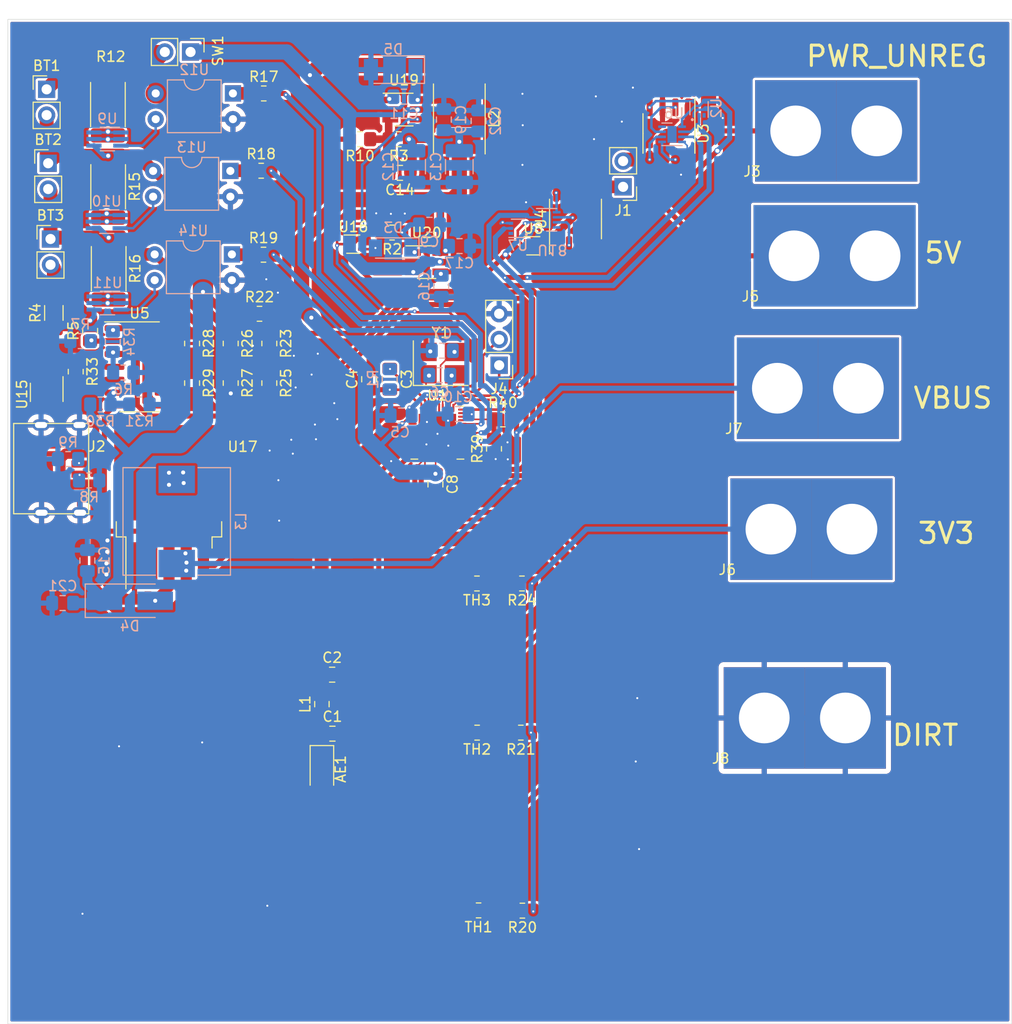
<source format=kicad_pcb>
(kicad_pcb (version 20211014) (generator pcbnew)
  (layers (0 "F.Cu" signal) (31 "B.Cu" signal) (34 "B.Paste" user) (35 "F.Paste" user) (36 "B.SilkS" user "B.Silkscreen") (37 "F.SilkS" user "F.Silkscreen") (38 "B.Mask" user) (39 "F.Mask" user) (44 "Edge.Cuts" user))
  (net 0 "")
  (net 1 "Net-(AE1-Pad1)")
  (net 3 "+BATT")
  (net 4 "Net-(BT1-Pad2)")
  (net 5 "Net-(BT2-Pad2)")
  (net 6 "Net-(BT3-Pad2)")
  (net 7 "GND")
  (net 8 "Net-(C2-Pad1)")
  (net 9 "Net-(C3-Pad1)")
  (net 10 "Net-(C3-Pad2)")
  (net 11 "+3V3")
  (net 12 "Net-(C6-Pad1)")
  (net 13 "Net-(C7-Pad1)")
  (net 14 "Net-(C9-Pad1)")
  (net 15 "Net-(C11-Pad1)")
  (net 16 "Net-(C14-Pad2)")
  (net 17 "+5V")
  (net 18 "Net-(D4-Pad2)")
  (net 19 "Net-(J1-Pad1)")
  (net 20 "Net-(J1-Pad2)")
  (net 21 "Net-(R5-Pad1)")
  (net 22 "Net-(R34-Pad1)")
  (net 23 "Net-(R12-Pad2)")
  (net 24 "Net-(R15-Pad2)")
  (net 25 "Net-(R16-Pad2)")
  (net 26 "Net-(R17-Pad1)")
  (net 27 "CELL_DSCHG_3")
  (net 28 "Net-(R18-Pad1)")
  (net 29 "CELL_DSCHG_2")
  (net 30 "Net-(R19-Pad1)")
  (net 31 "CELL_DSCHG_1")
  (net 32 "TEMP_SENSE_1")
  (net 33 "TEMP_SENSE_2")
  (net 34 "CELL_MEAS_3")
  (net 35 "Net-(R23-Pad2)")
  (net 36 "TEMP_SENSE_3")
  (net 37 "CELL_MEAS_2")
  (net 38 "CELL_MEAS_1")
  (net 39 "Net-(R30-Pad2)")
  (net 40 "Net-(R33-Pad2)")
  (net 41 "Net-(R34-Pad2)")
  (net 42 "Net-(R39-Pad2)")
  (net 49 "Net-(C11-Pad2)")
  (net 61 "RXD")
  (net 62 "TXD")
  (net 63 "~DRIVER_DIR")
  (net 64 "Net-(U2-Pad4)")
  (net 65 "Net-(U12-Pad3)")
  (net 66 "Net-(U10-Pad3)")
  (net 67 "Net-(U11-Pad3)")
  (net 68 "DRIVER_EN")
  (net 71 "Net-(J2-PadA5)")
  (net 72 "Net-(J2-PadB5)")
  (net 73 "Net-(D3-Pad2)")
  (net 74 "TURBO_EN")
  (net 75 "Net-(U17-Pad2)")
  (net 76 "Net-(U18-Pad7)")
  (net 77 "PWR_UNREG")
  (net 78 "VBUS")
  (net 80 "Net-(C10-Pad1)")
  (net 84 "Net-(U3-Pad2)")
  (net 85 "Net-(U4-Pad4)")
  (net 86 "Net-(U18-Pad2)")
  (footprint "Resistor_SMD:R_0805_2012Metric_Pad1.20x1.40mm_HandSolder" (layer "F.Cu") (at 144.489 86.798 90)
    (fp_text reference "R39")
    (fp_text value "150k")
  )
  (footprint "Inductor_SMD:L_0805_2012Metric_Pad1.15x1.40mm_HandSolder" (layer "F.Cu") (at 127.508 111.9722 90)
    (fp_text reference "L1")
    (fp_text value "1.807nH")
  )
  (footprint "Resistor_SMD:R_0805_2012Metric_Pad1.20x1.40mm_HandSolder" (layer "F.Cu") (at 118.51 76.4104 -90)
    (fp_text reference "R26")
    (fp_text value "180k")
  )
  (footprint "Inductor_SMD:L_Taiyo-Yuden_NR-50xx_HandSoldering" (layer "F.Cu") (at 141.064 54.27 -90)
    (fp_text reference "L2")
    (fp_text value "3.3uH NRS5024T3R3NMGJ")
  )
  (footprint "Package_TO_SOT_SMD:SOT-553" (layer "F.Cu") (at 130.603 66.614)
    (fp_text reference "U16")
    (fp_text value "NL17SZ14")
  )
  (footprint "Package_TO_SOT_SMD:SOT-23-5_HandSoldering" (layer "F.Cu") (at 100.3554 81.2292 -90)
    (fp_text reference "U15")
    (fp_text value "AS431")
  )
  (footprint "Resistor_SMD:R_0805_2012Metric_Pad1.20x1.40mm_HandSolder" (layer "F.Cu") (at 131.269 56.266 180)
    (fp_text reference "R10")
    (fp_text value "27k")
  )
  (footprint "Resistor_SMD:R_0805_2012Metric_Pad1.20x1.40mm_HandSolder" (layer "F.Cu") (at 135.095 56.266 180)
    (fp_text reference "R3")
    (fp_text value "62k")
  )
  (footprint "Capacitor_SMD:C_0805_2012Metric_Pad1.18x1.45mm_HandSolder" (layer "F.Cu") (at 134.202 79.9345 -90)
    (fp_text reference "C3")
    (fp_text value "3.3nF")
  )
  (footprint "Resistor_SMD:R_0805_2012Metric_Pad1.20x1.40mm_HandSolder" (layer "F.Cu") (at 122.32 80.3154 -90)
    (fp_text reference "R25")
    (fp_text value "4.3k")
  )
  (footprint "1KicadLib:GatorTestpoint" (layer "F.Cu") (at 169.7512 54.1482)
    (fp_text reference "J3")
    (fp_text value "Conn_01x01_Male")
  )
  (footprint "Capacitor_SMD:C_0805_2012Metric_Pad1.18x1.45mm_HandSolder" (layer "F.Cu") (at 128.5201 109.0676)
    (fp_text reference "C2")
    (fp_text value "4.64pF")
  )
  (footprint "Capacitor_SMD:C_0805_2012Metric_Pad1.18x1.45mm_HandSolder" (layer "F.Cu") (at 128.5455 114.8842)
    (fp_text reference "C1")
    (fp_text value "3.797pF")
  )
  (footprint "Connector_PinHeader_2.54mm:PinHeader_1x02_P2.54mm_Vertical" (layer "F.Cu") (at 114.5476 47.667 -90)
    (fp_text reference "SW1")
    (fp_text value "Power Switch")
  )
  (footprint "Resistor_SMD:R_0805_2012Metric_Pad1.20x1.40mm_HandSolder" (layer "F.Cu") (at 121.7706 51.7564)
    (fp_text reference "R17")
    (fp_text value "200")
  )
  (footprint "Connector_PinHeader_2.54mm:PinHeader_1x02_P2.54mm_Vertical" (layer "F.Cu") (at 100.5014 58.6398)
    (fp_text reference "BT2")
    (fp_text value "Battery_Cell")
  )
  (footprint "1KicadLib:GatorTestpoint" (layer "F.Cu") (at 167.3066 93.4166)
    (fp_text reference "J6")
    (fp_text value "Conn_01x01_Male")
  )
  (footprint "Resistor_SMD:R_0805_2012Metric_Pad1.20x1.40mm_HandSolder" (layer "F.Cu") (at 147.288 132.334 180)
    (fp_text reference "R20")
    (fp_text value "90k")
  )
  (footprint "Resistor_SMD:R_0805_2012Metric_Pad1.20x1.40mm_HandSolder" (layer "F.Cu") (at 134.429 65.471 180)
    (fp_text reference "R2")
    (fp_text value "300k")
  )
  (footprint "1KicadLib:USB4125-GF-A" (layer "F.Cu") (at 103.5966 89.298 -90)
    (fp_text reference "J2")
    (fp_text value "USB_C_Receptacle_USB2.0")
  )
  (footprint "Resistor_SMD:R_0805_2012Metric_Pad1.20x1.40mm_HandSolder" (layer "F.Cu") (at 121.5166 59.3764)
    (fp_text reference "R18")
    (fp_text value "200")
  )
  (footprint "Resistor_SMD:R_0805_2012Metric_Pad1.20x1.40mm_HandSolder" (layer "F.Cu") (at 145.362 83.893)
    (fp_text reference "R40")
    (fp_text value "100k")
  )
  (footprint "Crystal:Crystal_SMD_SeikoEpson_FA238-4Pin_3.2x2.5mm_HandSoldering" (layer "F.Cu") (at 139.229 78.348)
    (fp_text reference "Y1")
    (fp_text value "Crystal_GND24")
  )
  (footprint "Connector_PinHeader_2.54mm:PinHeader_1x02_P2.54mm_Vertical" (layer "F.Cu") (at 100.73 66.1074)
    (fp_text reference "BT3")
    (fp_text value "Battery_Cell")
  )
  (footprint "RF_Antenna:Johanson_2450AT18x100" (layer "F.Cu") (at 127.508 118.3662 -90)
    (fp_text reference "AE1")
    (fp_text value "Antenna_Chip")
  )
  (footprint "Resistor_SMD:R_0805_2012Metric_Pad1.20x1.40mm_HandSolder" (layer "F.Cu") (at 121.7452 67.6568)
    (fp_text reference "R19")
    (fp_text value "200")
  )
  (footprint "Package_TO_SOT_SMD:TO-263-5_TabPin3" (layer "F.Cu") (at 112.4204 92.5322 90)
    (fp_text reference "U17")
    (fp_text value "XL6009")
  )
  (footprint "Package_DFN_QFN:QFN-48-1EP_5x5mm_P0.35mm_EP3.7x3.7mm" (layer "F.Cu") (at 138.901 85.203)
    (fp_text reference "U1")
    (fp_text value "ESP32-D-WD-V3")
  )
  (footprint "Resistor_SMD:R_0805_2012Metric_Pad1.20x1.40mm_HandSolder" (layer "F.Cu") (at 142.9672 132.3086 180)
    (fp_text reference "TH1")
    (fp_text value "SDNT2012X103F3950FTF")
  )
  (footprint "1KicadLib:GatorTestpoint" (layer "F.Cu") (at 167.9406 79.5228)
    (fp_text reference "J7")
    (fp_text value "Conn_01x01_Male")
  )
  (footprint "Resistor_SMD:R_1206_3216Metric_Pad1.30x1.75mm_HandSolder" (layer "F.Cu") (at 101.0602 73.3978 90)
    (fp_text reference "R4")
    (fp_text value ".1")
  )
  (footprint "Resistor_SMD:R_0805_2012Metric_Pad1.20x1.40mm_HandSolder" (layer "F.Cu") (at 147.1356 114.7826 180)
    (fp_text reference "R21")
    (fp_text value "90k")
  )
  (footprint "Package_TO_SOT_SMD:SOT-553" (layer "F.Cu") (at 148.3614 66.7766)
    (fp_text reference "U8")
    (fp_text value "NL17SZ14")
  )
  (footprint "Resistor_SMD:R_0805_2012Metric_Pad1.20x1.40mm_HandSolder" (layer "F.Cu") (at 142.8242 114.7826 180)
    (fp_text reference "TH2")
    (fp_text value "SDNT2012X103F3950FTF")
  )
  (footprint "1KicadLib:GatorTestpoint" (layer "F.Cu") (at 169.5916 66.4672)
    (fp_text reference "J5")
    (fp_text value "Conn_01x01_Male")
  )
  (footprint "Package_TO_SOT_SMD:SOT-23-6_Handsoldering" (layer "F.Cu") (at 135.603 53.345)
    (fp_text reference "U19")
    (fp_text value "XC9247B75CMR-G")
  )
  (footprint "1KicadLib:GatorTestpoint" (layer "F.Cu") (at 166.6524 112.0348)
    (fp_text reference "J8")
    (fp_text value "Conn_01x01_Male")
  )
  (footprint "Resistor_SMD:R_0805_2012Metric_Pad1.20x1.40mm_HandSolder" (layer "F.Cu") (at 118.51 80.3154 -90)
    (fp_text reference "R27")
    (fp_text value "68k")
  )
  (footprint "Package_SO:SOIC-14_3.9x8.7mm_P1.27mm" (layer "F.Cu") (at 109.5184 78.7152)
    (fp_text reference "U5")
    (fp_text value "LM324")
  )
  (footprint "Resistor_SMD:R_0805_2012Metric_Pad1.20x1.40mm_HandSolder" (layer "F.Cu") (at 142.8054 100.076 180)
    (fp_text reference "TH3")
    (fp_text value "SDNT2012X103F3950FTF")
  )
  (footprint "Resistor_SMD:R_2512_6332Metric_Pad1.40x3.35mm_HandSolder" (layer "F.Cu") (at 106.4704 69.0284 -90)
    (fp_text reference "R16")
    (fp_text value "28.7")
  )
  (footprint "Package_SO:SO-8_3.9x4.9mm_P1.27mm" (layer "F.Cu") (at 152.527 64.135 90)
    (fp_text reference "U4")
    (fp_text value "DMT3020LSDQ")
  )
  (footprint "Capacitor_SMD:C_0805_2012Metric_Pad1.18x1.45mm_HandSolder" (layer "F.Cu") (at 138.7094 90.297 -90)
    (fp_text reference "C8")
    (fp_text value "100nF")
  )
  (footprint "Capacitor_SMD:C_0805_2012Metric_Pad1.18x1.45mm_HandSolder" (layer "F.Cu") (at 135.2042 59.5884 180)
    (fp_text reference "C14")
    (fp_text value "130pF")
  )
  (footprint "Capacitor_SMD:C_0805_2012Metric_Pad1.18x1.45mm_HandSolder" (layer "F.Cu") (at 132.17 79.9345 90)
    (fp_text reference "C4")
    (fp_text value "10nF")
  )
  (footprint "Resistor_SMD:R_0805_2012Metric_Pad1.20x1.40mm_HandSolder" (layer "F.Cu") (at 147.2438 100.076 180)
    (fp_text reference "R24")
    (fp_text value "90k")
  )
  (footprint "Resistor_SMD:R_0805_2012Metric_Pad1.20x1.40mm_HandSolder" (layer "F.Cu") (at 121.3518 73.4822)
    (fp_text reference "R22")
    (fp_text value "180k")
  )
  (footprint "Connector_PinHeader_2.54mm:PinHeader_1x02_P2.54mm_Vertical" (layer "F.Cu") (at 157.226 60.965 180)
    (fp_text reference "J1")
    (fp_text value "Peltier Connection")
  )
  (footprint "Connector_PinHeader_2.54mm:PinHeader_1x02_P2.54mm_Vertical" (layer "F.Cu") (at 100.349 51.35)
    (fp_text reference "BT1")
    (fp_text value "Battery_Cell")
  )
  (footprint "Package_SO:SO-8_3.9x4.9mm_P1.27mm" (layer "F.Cu") (at 161.7472 55.7022 -90)
    (fp_text reference "U3")
    (fp_text value "DMT3020LSDQ")
  )
  (footprint "Package_TO_SOT_SMD:SOT-23-6_Handsoldering" (layer "F.Cu") (at 137.842 68.392)
    (fp_text reference "U20")
    (fp_text value "MIC5211")
  )
  (footprint "Resistor_SMD:R_0805_2012Metric_Pad1.20x1.40mm_HandSolder" (layer "F.Cu") (at 122.32 76.4104 -90)
    (fp_text reference "R23")
    (fp_text value "36k")
  )
  (footprint "Resistor_SMD:R_0805_2012Metric_Pad1.20x1.40mm_HandSolder" (layer "F.Cu") (at 103.2192 79.1884 -90)
    (fp_text reference "R33")
    (fp_text value "500")
  )
  (footprint "Connector_PinHeader_2.54mm:PinHeader_1x03_P2.54mm_Vertical" (layer "F.Cu") (at 144.997 78.559 180)
    (fp_text reference "J4")
    (fp_text value "Serial")
  )
  (footprint "Resistor_SMD:R_0805_2012Metric_Pad1.20x1.40mm_HandSolder" (layer "F.Cu") (at 114.7 80.3154 -90)
    (fp_text reference "R29")
    (fp_text value "620k")
  )
  (footprint "Resistor_SMD:R_2512_6332Metric_Pad1.40x3.35mm_HandSolder" (layer "F.Cu") (at 106.4196 60.9512 -90)
    (fp_text reference "R15")
    (fp_text value "28.7")
  )
  (footprint "Resistor_SMD:R_0805_2012Metric_Pad1.20x1.40mm_HandSolder" (layer "F.Cu") (at 114.7 76.4104 -90)
    (fp_text reference "R28")
    (fp_text value "510k")
  )
  (footprint "Resistor_SMD:R_2512_6332Metric_Pad1.40x3.35mm_HandSolder" (layer "F.Cu") (at 106.3942 52.8486 -90)
    (fp_text reference "R12")
    (fp_text value "28.7")
  )
  (footprint "Resistor_SMD:R_0805_2012Metric_Pad1.20x1.40mm_HandSolder" (layer "F.Cu") (at 104.6416 75.1498 90)
    (fp_text reference "R5")
    (fp_text value "1k")
  )
  (footprint "Diode_SMD:D_SOD-128" (layer "B.Cu") (at 134.546 49.408 180)
    (fp_text reference "D5")
    (fp_text value "PMEG40T20EPX")
  )
  (footprint "Resistor_SMD:R_0805_2012Metric_Pad1.20x1.40mm_HandSolder" (layer "B.Cu") (at 106.8768 76.2354 90)
    (fp_text reference "R34")
    (fp_text value "12.5k")
  )
  (footprint "Diode_SMD:D_SMA_Handsoldering" (layer "B.Cu") (at 108.5596 101.7778)
    (fp_text reference "D4")
    (fp_text value "SS34")
  )
  (footprint "Diode_SMD:D_MiniMELF" (layer "B.Cu") (at 134.54 66.995 180)
    (fp_text reference "D3")
    (fp_text value "LL4148")
  )
  (footprint "Package_DIP:DIP-4_W7.62mm" (layer "B.Cu") (at 118.627 67.6264 180)
    (fp_text reference "U14")
    (fp_text value "PC817")
  )
  (footprint "1KicadLib:TDFN_8_2x2mm_EP_0.9x1.65mm" (layer "B.Cu") (at 161.9978 55.866 180)
    (fp_text reference "U6")
    (fp_text value "slg55021")
  )
  (footprint "Resistor_SMD:R_0805_2012Metric_Pad1.20x1.40mm_HandSolder" (layer "B.Cu") (at 102.4636 87.8078 180)
    (fp_text reference "R9")
    (fp_text value "5.1k")
  )
  (footprint "Capacitor_SMD:C_0805_2012Metric_Pad1.18x1.45mm_HandSolder" (layer "B.Cu") (at 141.0855 66.807)
    (fp_text reference "C17")
    (fp_text value "100nF")
  )
  (footprint "Capacitor_SMD:C_0805_2012Metric_Pad1.18x1.45mm_HandSolder" (layer "B.Cu") (at 139.1335 79.534)
    (fp_text reference "C6")
    (fp_text value "10pF")
  )
  (footprint "1KicadLib:TDFN_8_2x2mm_EP_0.9x1.65mm" (layer "B.Cu") (at 149.733 64.135)
    (fp_text reference "U18")
    (fp_text value "slg55021")
  )
  (footprint "Capacitor_SMD:C_0805_2012Metric_Pad1.18x1.45mm_HandSolder" (layer "B.Cu") (at 135.3235 83.512 180)
    (fp_text reference "C5")
    (fp_text value "100nF")
  )
  (footprint "Capacitor_SMD:C_0805_2012Metric_Pad1.18x1.45mm_HandSolder" (layer "B.Cu") (at 104.3686 97.8154 90)
    (fp_text reference "C15")
    (fp_text value "10uF")
  )
  (footprint "Capacitor_SMD:C_0805_2012Metric_Pad1.18x1.45mm_HandSolder" (layer "B.Cu") (at 140.9485 83.3628 180)
    (fp_text reference "C10")
    (fp_text value "100nF")
  )
  (footprint "Capacitor_SMD:C_0805_2012Metric_Pad1.18x1.45mm_HandSolder" (layer "B.Cu") (at 139.54 54.3395 90)
    (fp_text reference "C19")
    (fp_text value "10uF")
  )
  (footprint "Package_TO_SOT_SMD:SOT-553" (layer "B.Cu") (at 164.719 53.213 90)
    (fp_text reference "U2")
    (fp_text value "NL17SZ14")
  )
  (footprint "Package_TO_SOT_SMD:SOT-363_SC-70-6_Handsoldering" (layer "B.Cu") (at 106.2764 64.3952 180)
    (fp_text reference "U10")
    (fp_text value "BSD316")
  )
  (footprint "Package_TO_SOT_SMD:SOT-363_SC-70-6_Handsoldering" (layer "B.Cu") (at 106.3596 72.4216 180)
    (fp_text reference "U11")
    (fp_text value "BSD316")
  )
  (footprint "Capacitor_SMD:C_0805_2012Metric_Pad1.18x1.45mm_HandSolder" (layer "B.Cu") (at 135.603 52.075)
    (fp_text reference "C11")
    (fp_text value "2.2uF")
  )
  (footprint "Resistor_SMD:R_0805_2012Metric_Pad1.20x1.40mm_HandSolder" (layer "B.Cu") (at 104.5464 89.916)
    (fp_text reference "R8")
    (fp_text value "5.1k")
  )
  (footprint "Resistor_SMD:R_0805_2012Metric_Pad1.20x1.40mm_HandSolder" (layer "B.Cu") (at 103.6924 76.1752 180)
    (fp_text reference "R7")
    (fp_text value "12.5k")
  )
  (footprint "Capacitor_SMD:C_0805_2012Metric_Pad1.18x1.45mm_HandSolder" (layer "B.Cu") (at 138.1175 64.709)
    (fp_text reference "C9")
    (fp_text value "1uF")
  )
  (footprint "Capacitor_SMD:C_1210_3225Metric_Pad1.33x2.70mm_HandSolder" (layer "B.Cu") (at 136.365 58.9715 -90)
    (fp_text reference "C12")
    (fp_text value "100uF")
  )
  (footprint "Resistor_SMD:R_0805_2012Metric_Pad1.20x1.40mm_HandSolder" (layer "B.Cu") (at 134.202 79.94 -90)
    (fp_text reference "R1")
    (fp_text value "20k")
  )
  (footprint "Package_TO_SOT_SMD:SOT-363_SC-70-6_Handsoldering" (layer "B.Cu") (at 106.3434 56.2522 180)
    (fp_text reference "U9")
    (fp_text value "BSD316")
  )
  (footprint "Capacitor_SMD:C_0805_2012Metric_Pad1.18x1.45mm_HandSolder" (layer "B.Cu") (at 139.3875 77.121 180)
    (fp_text reference "C7")
    (fp_text value "10pF")
  )
  (footprint "Capacitor_SMD:C_0805_2012Metric_Pad1.18x1.45mm_HandSolder" (layer "B.Cu") (at 142.969 54.4665 90)
    (fp_text reference "C22")
    (fp_text value "1uF")
  )
  (footprint "Capacitor_SMD:C_1210_3225Metric_Pad1.33x2.70mm_HandSolder" (layer "B.Cu") (at 141.064 58.9715 -90)
    (fp_text reference "C13")
    (fp_text value "100uF")
  )
  (footprint "Resistor_SMD:R_0805_2012Metric_Pad1.20x1.40mm_HandSolder" (layer "B.Cu") (at 105.6482 82.4236)
    (fp_text reference "R30")
    (fp_text value "200k")
  )
  (footprint "Capacitor_SMD:C_0805_2012Metric_Pad1.18x1.45mm_HandSolder" (layer "B.Cu") (at 139.286 70.7655 -90)
    (fp_text reference "C16")
    (fp_text value "100nF")
  )
  (footprint "Package_DIP:DIP-4_W7.62mm" (layer "B.Cu") (at 118.7286 51.7514 180)
    (fp_text reference "U12")
    (fp_text value "PC817")
  )
  (footprint "Package_TO_SOT_SMD:SOT-553" (layer "B.Cu") (at 146.8486 65.0574)
    (fp_text reference "U7")
    (fp_text value "NL17SZ14")
  )
  (footprint "Package_DIP:DIP-4_W7.62mm" (layer "B.Cu") (at 118.4746 59.3968 180)
    (fp_text reference "U13")
    (fp_text value "PC817")
  )
  (footprint "Capacitor_SMD:C_0805_2012Metric_Pad1.18x1.45mm_HandSolder" (layer "B.Cu") (at 101.9302 102.0064 180)
    (fp_text reference "C21")
    (fp_text value "100nF")
  )
  (footprint "Inductor_SMD:L_10.4x10.4_H4.8" (layer "B.Cu") (at 113.1824 93.9546 90)
    (fp_text reference "L3")
    (fp_text value "33uH")
  )
  (footprint "Resistor_SMD:R_0805_2012Metric_Pad1.20x1.40mm_HandSolder" (layer "B.Cu") (at 107.9088 79.274)
    (fp_text reference "R6")
    (fp_text value "1k")
  )
  (footprint "Resistor_SMD:R_0805_2012Metric_Pad1.20x1.40mm_HandSolder" (layer "B.Cu") (at 109.5024 82.4236)
    (fp_text reference "R31")
    (fp_text value "51k")
  )
  (gr_rect (start 96.52 44.45) (end 195.58 143.51) (layer "Edge.Cuts") (width 0.05) (fill none))
  (gr_text "PWR_UNREG" (at 184.2262 48.0822) (layer "F.SilkS") (effects (font (size 2 2) (thickness 0.3))))
  (gr_text "VBUS" (at 189.7634 81.788) (layer "F.SilkS") (effects (font (size 2 2) (thickness 0.3))))
  (gr_text "3V3" (at 189.103 95.123) (layer "F.SilkS") (effects (font (size 2 2) (thickness 0.3))))
  (gr_text "5V" (at 188.7982 67.4878) (layer "F.SilkS") (effects (font (size 2 2) (thickness 0.3))))
  (gr_text "DIRT\n" (at 187.0456 115.0366) (layer "F.SilkS") (effects (font (size 2 2) (thickness 0.3))))
  (segment (start 127.508 112.9972) (end 127.508 114.8842) (width 1.375) (layer "F.Cu") (net 1))
  (segment (start 127.508 116.9162) (end 127.508 114.8842) (width 1.375) (layer "F.Cu") (net 1))
  (segment (start 111.0488 48.6258) (end 111.1086 48.6856) (width 1.375) (layer "F.Cu") (net 3))
  (segment (start 106.32 49.7244) (end 106.3942 49.7986) (width 1.375) (layer "F.Cu") (net 3))
  (segment (start 108.5258 47.667) (end 106.3942 49.7986) (width 1.375) (layer "F.Cu") (net 3))
  (segment (start 111.1086 51.7514) (end 113.9814 51.7514) (width 2) (layer "F.Cu") (net 3))
  (segment (start 117.9322 73.4822) (end 115.7732 71.3232) (width 0.75) (layer "F.Cu") (net 3))
  (segment (start 120.3518 73.4822) (end 117.9322 73.4822) (width 0.75) (layer "F.Cu") (net 3))
  (segment (start 111.1086 48.6856) (end 111.1086 51.7514) (width 1.375) (layer "F.Cu") (net 3))
  (segment (start 101.9746 49.7244) (end 106.32 49.7244) (width 1.375) (layer "F.Cu") (net 3))
  (segment (start 112.0076 47.667) (end 111.0488 48.6258) (width 1.375) (layer "F.Cu") (net 3))
  (segment (start 100.349 51.35) (end 101.9746 49.7244) (width 1.375) (layer "F.Cu") (net 3))
  (segment (start 112.0076 47.667) (end 108.5258 47.667) (width 1.375) (layer "F.Cu") (net 3))
  (segment (start 115.7732 53.5432) (end 115.7732 71.3232) (width 2) (layer "F.Cu") (net 3))
  (segment (start 113.9814 51.7514) (end 115.7732 53.5432) (width 2) (layer "F.Cu") (net 3))
  (via (at 115.7732 71.3232) (size 0.6) (drill 0.4) (layers "F.Cu" "B.Cu") (net 3))
  (segment (start 104.6482 82.4236) (end 104.6482 83.4138) (width 0.75) (layer "B.Cu") (net 3))
  (segment (start 115.7732 71.3232) (end 115.7732 83.947) (width 2) (layer "B.Cu") (net 3))
  (segment (start 107.9246 88.6206) (end 107.9246 99.9128) (width 2) (layer "B.Cu") (net 3))
  (segment (start 102.9677 102.0064) (end 105.831 102.0064) (width 1) (layer "B.Cu") (net 3))
  (segment (start 110.3122 86.233) (end 109.347 87.1982) (width 2) (layer "B.Cu") (net 3))
  (segment (start 113.4872 86.233) (end 110.3122 86.233) (width 2) (layer "B.Cu") (net 3))
  (segment (start 108.4326 87.1982) (end 109.347 87.1982) (width 0.75) (layer "B.Cu") (net 3))
  (segment (start 104.6482 83.4138) (end 108.4326 87.1982) (width 0.75) (layer "B.Cu") (net 3))
  (segment (start 115.7732 83.947) (end 113.4872 86.233) (width 2) (layer "B.Cu") (net 3))
  (segment (start 104.3686 100.0868) (end 106.0596 101.7778) (width 1) (layer "B.Cu") (net 3))
  (segment (start 107.9246 99.9128) (end 106.0596 101.7778) (width 2) (layer "B.Cu") (net 3))
  (segment (start 104.3686 98.8529) (end 104.3686 100.0868) (width 1) (layer "B.Cu") (net 3))
  (segment (start 109.347 87.1982) (end 107.9246 88.6206) (width 2) (layer "B.Cu") (net 3))
  (segment (start 105.6894 102.148) (end 106.0596 101.7778) (width 1.375) (layer "B.Cu") (net 3))
  (segment (start 105.831 102.0064) (end 106.0596 101.7778) (width 1) (layer "B.Cu") (net 3))
  (segment (start 116.152911 73.053311) (end 115.151254 73.053311) (width 0.75) (layer "F.Cu") (net 4))
  (segment (start 118.51 75.4104) (end 116.152911 73.053311) (width 0.75) (layer "F.Cu") (net 4))
  (segment (start 114.144689 62.686889) (end 110.8546 59.3968) (width 0.75) (layer "F.Cu") (net 4))
  (segment (start 110.8546 59.3968) (end 109.359 57.9012) (width 1.25) (layer "F.Cu") (net 4))
  (segment (start 100.349 53.89) (end 100.349 58.4874) (width 1.375) (layer "F.Cu") (net 4))
  (segment (start 114.144689 72.046746) (end 114.144689 62.686889) (width 0.75) (layer "F.Cu") (net 4))
  (segment (start 100.349 58.4874) (end 100.5014 58.6398) (width 1.375) (layer "F.Cu") (net 4))
  (segment (start 109.359 57.9012) (end 106.4196 57.9012) (width 1.25) (layer "F.Cu") (net 4))
  (segment (start 101.24 57.9012) (end 100.5014 58.6398) (width 1.375) (layer "F.Cu") (net 4))
  (segment (start 115.151254 73.053311) (end 114.144689 72.046746) (width 0.75) (layer "F.Cu") (net 4))
  (segment (start 106.4196 57.9012) (end 101.24 57.9012) (width 1.375) (layer "F.Cu") (net 4))
  (via (at 106.4196 57.9012) (size 0.6) (drill 0.4) (layers "F.Cu" "B.Cu") (net 4))
  (segment (start 105.0134 56.9022) (end 106.0124 57.9012) (width 0.5) (layer "B.Cu") (net 4))
  (segment (start 106.0124 57.9012) (end 106.4196 57.9012) (width 0.5) (layer "B.Cu") (net 4))
  (segment (start 108.1184 67.6264) (end 106.4704 65.9784) (width 1.25) (layer "F.Cu") (net 5))
  (segment (start 114.7 75.4104) (end 113.268178 73.978578) (width 0.75) (layer "F.Cu") (net 5))
  (segment (start 100.73 66.1074) (end 100.73 61.4084) (width 1.375) (layer "F.Cu") (net 5))
  (segment (start 100.73 61.4084) (end 100.5014 61.1798) (width 1.375) (layer "F.Cu") (net 5))
  (segment (start 111.007 67.6264) (end 108.1184 67.6264) (width 1.25) (layer "F.Cu") (net 5))
  (segment (start 113.268178 69.887578) (end 111.007 67.6264) (width 0.75) (layer "F.Cu") (net 5))
  (segment (start 106.4704 65.9784) (end 100.859 65.9784) (width 1.375) (layer "F.Cu") (net 5))
  (segment (start 100.859 65.9784) (end 100.73 66.1074) (width 1.375) (layer "F.Cu") (net 5))
  (segment (start 113.268178 73.978578) (end 113.268178 69.887578) (width 0.75) (layer "F.Cu") (net 5))
  (via (at 106.4704 65.9784) (size 0.6) (drill 0.4) (layers "F.Cu" "B.Cu") (net 5))
  (segment (start 104.9464 65.0452) (end 105.5372 65.0452) (width 0.5) (layer "B.Cu") (net 5))
  (segment (start 105.5372 65.0452) (end 106.4704 65.9784) (width 0.5) (layer "B.Cu") (net 5))
  (segment (start 102.635 71.8478) (end 101.0602 71.8478) (width 1) (layer "F.Cu") (net 6))
  (segment (start 104.6416 74.1498) (end 104.6416 73.8544) (width 1) (layer "F.Cu") (net 6))
  (segment (start 101.0602 68.9776) (end 100.73 68.6474) (width 1.375) (layer "F.Cu") (net 6))
  (segment (start 101.0602 71.8478) (end 101.0602 68.9776) (width 1.375) (layer "F.Cu") (net 6))
  (segment (start 104.6416 73.8544) (end 102.635 71.8478) (width 1) (layer "F.Cu") (net 6))
  (via (at 104.6416 74.1498) (size 0.6) (drill 0.4) (layers "F.Cu" "B.Cu") (net 6))
  (segment (start 105.0296 73.0716) (end 105.0296 73.7618) (width 0.5) (layer "B.Cu") (net 6))
  (segment (start 105.0296 73.7618) (end 104.6416 74.1498) (width 0.5) (layer "B.Cu") (net 6))
  (via (at 120.7008 76.6318) (size 0.4) (drill 0.2) (layers "F.Cu" "B.Cu") (net 7))
  (via (at 147.2946 58.801) (size 0.4) (drill 0.2) (layers "F.Cu" "B.Cu") (net 7))
  (via (at 129.032 83.8708) (size 0.4) (drill 0.2) (layers "F.Cu" "B.Cu") (net 7))
  (via (at 139.9794 86.487) (size 0.4) (drill 0.2) (layers "F.Cu" "B.Cu") (net 7))
  (via (at 103.886 132.6388) (size 0.4) (drill 0.2) (layers "F.Cu" "B.Cu") (net 7))
  (via (at 167.0558 54.1782) (size 0.4) (drill 0.2) (layers "F.Cu" "B.Cu") (net 7))
  (via (at 126.8222 84.4042) (size 0.4) (drill 0.2) (layers "F.Cu" "B.Cu") (net 7))
  (via (at 107.4928 116.1288) (size 0.4) (drill 0.2) (layers "F.Cu" "B.Cu") (net 7))
  (via (at 122.3518 86.9696) (size 0.4) (drill 0.2) (layers "F.Cu" "B.Cu") (net 7))
  (via (at 157.099 54.5338) (size 0.4) (drill 0.2) (layers "F.Cu" "B.Cu") (net 7))
  (via (at 123.1646 71.3994) (size 0.4) (drill 0.2) (layers "F.Cu" "B.Cu") (net 7))
  (via (at 124.9172 80.7466) (size 0.4) (drill 0.2) (layers "F.Cu" "B.Cu") (net 7))
  (via (at 106.2482 98.0948) (size 0.6) (drill 0.4) (layers "F.Cu" "B.Cu") (net 7))
  (via (at 135.6868 63.6016) (size 0.4) (drill 0.2) (layers "F.Cu" "B.Cu") (net 7))
  (via (at 134.3152 63.627) (size 0.4) (drill 0.2) (layers "F.Cu" "B.Cu") (net 7))
  (via (at 154.3558 56.261) (size 0.4) (drill 0.2) (layers "F.Cu" "B.Cu") (net 7))
  (via (at 154.5336 52.0446) (size 0.4) (drill 0.2) (layers "F.Cu" "B.Cu") (net 7))
  (via (at 158.4706 117.6274) (size 0.4) (drill 0.2) (layers "F.Cu" "B.Cu") (net 7))
  (via (at 106.3498 95.8342) (size 0.6) (drill 0.4) (layers "F.Cu" "B.Cu") (net 7))
  (via (at 137.8712 84.1502) (size 0.4) (drill 0.2) (layers "F.Cu" "B.Cu") (net 7))
  (via (at 147.2946 51.7906) (size 0.4) (drill 0.2) (layers "F.Cu" "B.Cu") (net 7))
  (via (at 123.2916 93.8784) (size 0.4) (drill 0.2) (layers "F.Cu" "B.Cu") (net 7))
  (via (at 140.3096 79.5782) (size 0.6) (drill 0.4) (layers "F.Cu" "B.Cu") (net 7))
  (via (at 124.6378 87.2744) (size 0.4) (drill 0.2) (layers "F.Cu" "B.Cu") (net 7))
  (via (at 138.9126 85.3186) (size 0.4) (drill 0.2) (layers "F.Cu" "B.Cu") (net 7))
  (via (at 124.4854 85.9028) (size 0.4) (drill 0.2) (layers "F.Cu" "B.Cu") (net 7))
  (via (at 122.1232 131.8514) (size 0.4) (drill 0.2) (layers "F.Cu" "B.Cu") (net 7))
  (via (at 106.2482 99.187) (size 0.6) (drill 0.4) (layers "F.Cu" "B.Cu") (net 7))
  (via (at 147.6502 62.484) (size 0.4) (drill 0.2) (layers "F.Cu" "B.Cu") (net 7))
  (via (at 145.3388 64.4652) (size 0.4) (drill 0.2) (layers "F.Cu" "B.Cu") (net 7))
  (via (at 126.9238 85.852) (size 0.4) (drill 0.2) (layers "F.Cu" "B.Cu") (net 7))
  (via (at 128.7272 82.296) (size 0.4) (drill 0.2) (layers "F.Cu" "B.Cu") (net 7))
  (via (at 144.653 87.8078) (size 0.4) (drill 0.2) (layers "F.Cu" "B.Cu") (net 7))
  (via (at 158.8008 126.2634) (size 0.4) (drill 0.2) (layers "F.Cu" "B.Cu") (net 7))
  (via (at 124.7394 77.6224) (size 0.4) (drill 0.2) (layers "F.Cu" "B.Cu") (net 7))
  (via (at 127.1016 77.4192) (size 0.4) (drill 0.2) (layers "F.Cu" "B.Cu") (net 7))
  (via (at 118.5164 81.3308) (size 0.6) (drill 0.4) (layers "F.Cu" "B.Cu") (net 7))
  (via (at 137.8204 86.36) (size 0.4) (drill 0.2) (layers "F.Cu" "B.Cu") (net 7))
  (via (at 145.8468 87.8332) (size 0.4) (drill 0.2) (layers "F.Cu" "B.Cu") (net 7))
  (via (at 158.623 111.379) (size 0.4) (drill 0.2) (layers "F.Cu" "B.Cu") (net 7))
  (via (at 132.8674 63.5762) (size 0.4) (drill 0.2) (layers "F.Cu" "B.Cu") (net 7))
  (via (at 158.1912 51.181) (size 0.4) (drill 0.2) (layers "F.Cu" "B.Cu") (net 7))
  (via (at 139.954 84.0232) (size 0.4) (drill 0.2) (layers "F.Cu" "B.Cu") (net 7))
  (via (at 162.941 59.7662) (size 0.4) (drill 0.2) (layers "F.Cu" "B.Cu") (net 7))
  (via (at 122.0216 70.0786) (size 0.4) (drill 0.2) (layers "F.Cu" "B.Cu") (net 7))
  (via (at 138.2014 77.1906) (size 0.6) (drill 0.4) (layers "F.Cu" "B.Cu") (net 7))
  (via (at 123.2154 89.8906) (size 0.4) (drill 0.2) (layers "F.Cu" "B.Cu") (net 7))
  (via (at 147.32 54.8894) (size 0.4) (drill 0.2) (layers "F.Cu" "B.Cu") (net 7))
  (via (at 106.3244 96.9518) (size 0.6) (drill 0.4) (layers "F.Cu" "B.Cu") (net 7))
  (via (at 145.8214 86.1568) (size 0.4) (drill 0.2) (layers "F.Cu" "B.Cu") (net 7))
  (via (at 126.492 79.4766) (size 0.4) (drill 0.2) (layers "F.Cu" "B.Cu") (net 7))
  (via (at 115.697 115.7478) (size 0.4) (drill 0.2) (layers "F.Cu" "B.Cu") (net 7))
  (segment (start 164.219 53.6368) (end 164.465 53.3908) (width 0.25) (layer "B.Cu") (net 7))
  (segment (start 163.1896 56.535) (end 163.5506 56.896) (width 0.1524) (layer "B.Cu") (net 7))
  (segment (start 163.0393 56.535) (end 163.1896 56.535) (width 0.1524) (layer "B.Cu") (net 7))
  (segment (start 164.219 53.913) (end 164.219 53.6368) (width 0.25) (layer "B.Cu") (net 7))
  (segment (start 166.243622 53.366022) (end 167.0558 54.1782) (width 0.25) (layer "B.Cu") (net 7))
  (segment (start 163.5506 56.896) (end 163.5506 59.1566) (width 0.1524) (layer "B.Cu") (net 7))
  (segment (start 146.1486 64.5574) (end 145.431 64.5574) (width 0.1524) (layer "B.Cu") (net 7))
  (segment (start 163.5506 59.1566) (end 162.941 59.7662) (width 0.1524) (layer "B.Cu") (net 7))
  (segment (start 148.6322 63.466) (end 147.6502 62.484) (width 0.1524) (layer "B.Cu") (net 7))
  (segment (start 148.6915 63.466) (end 148.6322 63.466) (width 0.1524) (layer "B.Cu") (net 7))
  (segment (start 164.465 53.3908) (end 164.489778 53.366022) (width 0.25) (layer "B.Cu") (net 7))
  (segment (start 164.489778 53.366022) (end 166.243622 53.366022) (width 0.25) (layer "B.Cu") (net 7))
  (segment (start 145.431 64.5574) (end 145.3388 64.4652) (width 0.1524) (layer "B.Cu") (net 7))
  (segment (start 127.508 109.093) (end 127.4826 109.0676) (width 1.375) (layer "F.Cu") (net 8))
  (segment (start 135.1534 83.2866) (end 133.35 83.2866) (width 1.375) (layer "F.Cu") (net 8))
  (segment (start 136.451 83.278) (end 135.7208 83.278) (width 0.127) (layer "F.Cu") (net 8))
  (segment (start 127.508 110.9472) (end 127.508 109.093) (width 1.375) (layer "F.Cu") (net 8))
  (segment (start 133.35 83.2866) (end 127.4826 89.154) (width 1.375) (layer "F.Cu") (net 8))
  (segment (start 135.7122 83.2866) (end 135.1534 83.2866) (width 0.5) (layer "F.Cu") (net 8))
  (segment (start 135.7208 83.278) (end 135.7122 83.2866) (width 0.127) (layer "F.Cu") (net 8))
  (segment (start 127.4826 89.154) (end 127.4826 109.1946) (width 1.375) (layer "F.Cu") (net 8))
  (segment (start 137.396699 81.669099) (end 136.1186 80.391) (width 0.25) (layer "F.Cu") (net 9))
  (segment (start 137.396699 81.745299) (end 137.396699 81.669099) (width 0.25) (layer "F.Cu") (net 9))
  (segment (start 137.676 82.0246) (end 137.396699 81.745299) (width 0.25) (layer "F.Cu") (net 9))
  (segment (start 134.2309 78.9259) (end 134.202 78.897) (width 0.25) (layer "F.Cu") (net 9))
  (segment (start 137.676 82.05) (end 137.676 82.0246) (width 0.1524) (layer "F.Cu") (net 9))
  (segment (start 135.696 80.391) (end 134.2309 78.9259) (width 0.25) (layer "F.Cu") (net 9))
  (segment (start 136.1186 80.391) (end 135.696 80.391) (width 0.25) (layer "F.Cu") (net 9))
  (segment (start 137.676 82.753) (end 137.676 82.05) (width 0.1524) (layer "F.Cu") (net 9))
  (via (at 134.2309 78.9259) (size 0.4) (drill 0.2) (layers "F.Cu" "B.Cu") (net 9))
  (segment (start 132.17 80.972) (end 134.202 80.972) (width 0.5) (layer "F.Cu") (net 10))
  (segment (start 137.326 82.753) (end 137.326 82.3096) (width 0.1524) (layer "F.Cu") (net 10))
  (segment (start 137.0838 82.0674) (end 136.779 82.0674) (width 0.25) (layer "F.Cu") (net 10))
  (segment (start 137.326 82.3096) (end 137.0838 82.0674) (width 0.1524) (layer "F.Cu") (net 10))
  (segment (start 136.779 82.0674) (end 135.6836 80.972) (width 0.25) (layer "F.Cu") (net 10))
  (segment (start 135.6836 80.972) (end 134.202 80.972) (width 0.25) (layer "F.Cu") (net 10))
  (via (at 134.202 80.972) (size 0.4) (drill 0.2) (layers "F.Cu" "B.Cu") (net 10))
  (segment (start 136.1074 83.628) (end 135.4328 84.3026) (width 0.1524) (layer "F.Cu") (net 11))
  (segment (start 136.2417 56.4127) (end 136.095 56.266) (width 1.25) (layer "F.Cu") (net 11))
  (segment (start 148.2438 101.8954) (end 148.2438 100.076) (width 0.5) (layer "F.Cu") (net 11))
  (segment (start 140.3604 62.23) (end 139.2174 62.23) (width 1.5) (layer "F.Cu") (net 11))
  (segment (start 138.726 89.2429) (end 138.7094 89.2595) (width 0.1524) (layer "F.Cu") (net 11))
  (segment (start 148.288 132.3368) (end 148.3614 132.4102) (width 0.1524) (layer "F.Cu") (net 11))
  (segment (start 134.3406 88.011) (end 133.1214 89.2302) (width 0.5) (layer "F.Cu") (net 11))
  (segment (start 136.451 82.928) (end 136.3442 82.928) (width 0.1524) (layer "F.Cu") (net 11))
  (segment (start 140.81 56.266) (end 141.064 56.52) (width 0.75) (layer "F.Cu") (net 11))
  (segment (start 136.451 83.978) (end 135.7574 83.978) (width 0.1524) (layer "F.Cu") (net 11))
  (segment (start 147.5232 102.616) (end 148.2438 101.8954) (width 0.5) (layer "F.Cu") (net 11))
  (segment (start 141.064 61.5264) (end 140.3604 62.23) (width 1.5) (layer "F.Cu") (net 11))
  (segment (start 136.095 56.266) (end 140.81 56.266) (width 0.75) (layer "F.Cu") (net 11))
  (segment (start 136.2417 59.5884) (end 136.2417 56.4127) (width 1.25) (layer "F.Cu") (net 11))
  (segment (start 136.8552 102.616) (end 147.5232 102.616) (width 0.5) (layer "F.Cu") (net 11))
  (segment (start 133.1214 98.8822) (end 136.8552 102.616) (width 0.5) (layer "F.Cu") (net 11))
  (segment (start 129.8448 62.23) (end 129.4638 62.23) (width 1.5) (layer "F.Cu") (net 11))
  (segment (start 139.192 62.2554) (end 139.2174 62.23) (width 0.5) (layer "F.Cu") (net 11))
  (segment (start 141.064 56.52) (end 141.064 61.5264) (width 1.5) (layer "F.Cu") (net 11))
  (segment (start 138.026 81.6126) (end 137.8966 81.4832) (width 0.1524) (layer "F.Cu") (net 11))
  (segment (start 136.451 83.628) (end 136.1074 83.628) (width 0.1524) (layer "F.Cu") (net 11))
  (segment (start 148.288 132.334) (end 148.288 132.3368) (width 0.1524) (layer "F.Cu") (net 11))
  (segment (start 125.5014 66.1924) (end 125.5014 72.898) (width 1.5) (layer "F.Cu") (net 11))
  (segment (start 138.726 87.653) (end 138.726 89.2429) (width 0.1524) (layer "F.Cu") (net 11))
  (segment (start 136.3442 82.928) (end 136.144 82.7278) (width 0.1524) (layer "F.Cu") (net 11))
  (segment (start 125.5014 72.898) (end 126.4666 73.8632) (width 1.5) (layer "F.Cu") (net 11))
  (segment (start 139.192 67.442) (end 139.192 62.2554) (width 0.75) (layer "F.Cu") (net 11))
  (segment (start 139.0396 67.2896) (end 139.192 67.442) (width 0.5) (layer "F.Cu") (net 11))
  (segment (start 139.076 81.5738) (end 139.1412 81.5086) (width 0.1524) (layer "F.Cu") (net 11))
  (segment (start 135.7574 83.978) (end 135.4328 84.3026) (width 0.1524) (layer "F.Cu") (net 11))
  (segment (start 139.076 82.753) (end 139.076 81.5738) (width 0.1524) (layer "F.Cu") (net 11))
  (segment (start 133.1214 89.2302) (end 133.1214 98.8822) (width 0.5) (layer "F.Cu") (net 11))
  (segment (start 138.026 82.753) (end 138.026 81.6126) (width 0.1524) (layer "F.Cu") (net 11))
  (segment (start 139.2174 62.23) (end 129.8448 62.23) (width 1.5) (layer "F.Cu") (net 11))
  (segment (start 129.4638 62.23) (end 125.5014 66.1924) (width 1.5) (layer "F.Cu") (net 11))
  (via (at 139.7 67.2592) (size 0.6) (drill 0.4) (layers "F.Cu" "B.Cu") (net 11))
  (via (at 138.7094 89.2595) (size 0.6) (drill 0.4) (layers "F.Cu" "B.Cu") (net 11))
  (via (at 126.4666 73.8632) (size 0.6) (drill 0.4) (layers "F.Cu" "B.Cu") (net 11))
  (via (at 148.1356 114.7826) (size 0.4) (drill 0.2) (layers "F.Cu" "B.Cu") (net 11))
  (via (at 139.1412 81.5086) (size 0.4) (drill 0.2) (layers "F.Cu" "B.Cu") (net 11))
  (via (at 141.064 56.52) (size 0.6) (drill 0.4) (layers "F.Cu" "B.Cu") (net 11))
  (via (at 136.144 82.7278) (size 0.4) (drill 0.2) (layers "F.Cu" "B.Cu") (net 11))
  (via (at 148.2438 100.076) (size 0.4) (drill 0.2) (layers "F.Cu" "B.Cu") (net 11))
  (via (at 134.3406 88.011) (size 0.4) (drill 0.2) (layers "F.Cu" "B.Cu") (net 11))
  (via (at 136.095 56.266) (size 0.6) (drill 0.4) (layers "F.Cu" "B.Cu") (net 11))
  (via (at 148.3614 132.4102) (size 0.4) (drill 0.2) (layers "F.Cu" "B.Cu") (net 11))
  (via (at 135.4328 84.3026) (size 0.4) (drill 0.2) (layers "F.Cu" "B.Cu") (net 11))
  (via (at 137.8966 81.4832) (size 0.4) (drill 0.2) (layers "F.Cu" "B.Cu") (net 11))
  (segment (start 136.361 82.7902) (end 136.361 83.512) (width 0.5) (layer "B.Cu") (net 11))
  (segment (start 148.3614 132.4102) (end 148.3614 115.0084) (width 0.5) (layer "B.Cu") (net 11))
  (segment (start 134.2644 88.0872) (end 135.2804 89.1032) (width 1.5) (layer "B.Cu") (net 11))
  (segment (start 136.365 56.536) (end 136.095 56.266) (width 0.75) (layer "B.Cu") (net 11))
  (segment (start 138.5531 89.1032) (end 138.7094 89.2595) (width 1.5) (layer "B.Cu") (net 11))
  (segment (start 141.064 57.409) (end 141.064 56.52) (width 0.75) (layer "B.Cu") (net 11))
  (segment (start 135.5704 84.3026) (end 136.361 83.512) (width 0.1524) (layer "B.Cu") (net 11))
  (segment (start 148.1356 114.7826) (end 148.1356 100.1842) (width 0.5) (layer "B.Cu") (net 11))
  (segment (start 135.2804 89.1032) (end 138.5531 89.1032) (width 1.5) (layer "B.Cu") (net 11))
  (segment (start 141.064 55.6946) (end 140.8734 55.504) (width 0.75) (layer "B.Cu") (net 11))
  (segment (start 136.144 83.295) (end 136.361 83.512) (width 0.1524) (layer "B.Cu") (net 11))
  (segment (start 136.144 82.7278) (end 136.144 83.295) (width 0.1524) (layer "B.Cu") (net 11))
  (segment (start 148.1356 100.1842) (end 148.2438 100.076) (width 0.5) (layer "B.Cu") (net 11))
  (segment (start 148.3614 115.0084) (end 148.1356 114.7826) (width 0.5) (layer "B.Cu") (net 11))
  (segment (start 135.4328 84.3026) (end 133.0325 86.7029) (width 0.5) (layer "B.Cu") (net 11))
  (segment (start 133.0325 86.7029) (end 133.0325 86.8553) (width 0.5) (layer "B.Cu") (net 11))
  (segment (start 136.365 57.409) (end 136.365 56.536) (width 0.75) (layer "B.Cu") (net 11))
  (segment (start 141.064 56.52) (end 141.064 55.6946) (width 0.75) (layer "B.Cu") (net 11))
  (segment (start 131.8006 85.6234) (end 133.0325 86.8553) (width 1.5) (layer "B.Cu") (net 11))
  (segment (start 137.8966 81.4832) (end 137.668 81.4832) (width 0.5) (layer "B.Cu") (net 11))
  (segment (start 133.0325 86.8553) (end 134.2644 88.0872) (width 1.5) (layer "B.Cu") (net 11))
  (segment (start 140.8734 55.504) (end 139.667 55.504) (width 0.75) (layer "B.Cu") (net 11))
  (segment (start 135.4328 84.3026) (end 135.5704 84.3026) (width 0.1524) (layer "B.Cu") (net 11))
  (segment (start 139.1412 81.5086) (end 137.922 81.5086) (width 0.5) (layer "B.Cu") (net 11))
  (segment (start 137.922 81.5086) (end 137.8966 81.4832) (width 0.5) (layer "B.Cu") (net 11))
  (segment (start 148.2438 100.076) (end 153.6032 94.7166) (width 0.5) (layer "B.Cu") (net 11))
  (segment (start 134.3406 88.011) (end 134.2644 88.0872) (width 0.5) (layer "B.Cu") (net 11))
  (segment (start 153.6032 94.7166) (end 171.8066 94.7166) (width 0.5) (layer "B.Cu") (net 11))
  (segment (start 126.4666 73.8632) (end 131.8006 79.1972) (width 1.5) (layer "B.Cu") (net 11))
  (segment (start 139.667 55.504) (end 139.54 55.377) (width 0.75) (layer "B.Cu") (net 11))
  (segment (start 142.969 55.504) (end 140.8734 55.504) (width 0.75) (layer "B.Cu") (net 11))
  (segment (start 131.8006 79.1972) (end 131.8006 85.6234) (width 1.5) (layer "B.Cu") (net 11))
  (segment (start 137.668 81.4832) (end 136.361 82.7902) (width 0.5) (layer "B.Cu") (net 11))
  (segment (start 137.779 79.448) (end 137.779 80.5004) (width 0.1524) (layer "F.Cu") (net 12))
  (segment (start 138.376 81.0974) (end 138.376 82.753) (width 0.1524) (layer "F.Cu") (net 12))
  (segment (start 137.779 80.5004) (end 138.376 81.0974) (width 0.1524) (layer "F.Cu") (net 12))
  (via (at 138.0744 79.5782) (size 0.6) (drill 0.4) (layers "F.Cu" "B.Cu") (net 12))
  (segment (start 138.715499 82.742499) (end 138.715499 81.248501) (width 0.1524) (layer "F.Cu") (net 13))
  (segment (start 138.715499 81.248501) (end 139.2174 80.7466) (width 0.1524) (layer "F.Cu") (net 13))
  (segment (start 139.2174 78.5596) (end 140.529 77.248) (width 0.1524) (layer "F.Cu") (net 13))
  (segment (start 139.2174 80.7466) (end 139.2174 78.5596) (width 0.1524) (layer "F.Cu") (net 13))
  (segment (start 138.726 82.753) (end 138.715499 82.742499) (width 0.1524) (layer "F.Cu") (net 13))
  (segment (start 140.529 77.248) (end 140.679 77.248) (width 0.1524) (layer "F.Cu") (net 13))
  (via (at 140.589 77.2414) (size 0.6) (drill 0.4) (layers "F.Cu" "B.Cu") (net 13))
  (via (at 136.652 67.4116) (size 0.6) (drill 0.4) (layers "F.Cu" "B.Cu") (net 14))
  (via (at 135.429 65.471) (size 0.4) (drill 0.2) (layers "F.Cu" "B.Cu") (net 14))
  (segment (start 137.08 64.709) (end 136.191 64.709) (width 0.5) (layer "B.Cu") (net 14))
  (segment (start 136.191 64.709) (end 135.429 65.471) (width 0.5) (layer "B.Cu") (net 14))
  (segment (start 136.29 66.995) (end 136.29 66.332) (width 0.5) (layer "B.Cu") (net 14))
  (segment (start 136.29 66.332) (end 135.429 65.471) (width 0.5) (layer "B.Cu") (net 14))
  (via (at 134.1628 52.2986) (size 0.6) (drill 0.4) (layers "F.Cu" "B.Cu") (net 15))
  (segment (start 134.1667 59.5884) (end 134.1667 56.3377) (width 1.25) (layer "F.Cu") (net 16))
  (segment (start 134.095 56.266) (end 134.095 54.453) (width 0.75) (layer "F.Cu") (net 16))
  (segment (start 134.095 54.453) (end 134.253 54.295) (width 0.75) (layer "F.Cu") (net 16))
  (segment (start 134.1667 56.3377) (end 134.095 56.266) (width 1.25) (layer "F.Cu") (net 16))
  (segment (start 134.095 56.266) (end 132.269 56.266) (width 0.75) (layer "F.Cu") (net 16))
  (segment (start 138.5824 70.2056) (end 132.4102 70.2056) (width 0.5) (layer "F.Cu") (net 17))
  (segment (start 146.8628 68.8848) (end 145.6182 67.6402) (width 0.5) (layer "F.Cu") (net 17))
  (segment (start 143.9164 69.342) (end 139.192 69.342) (width 0.5) (layer "F.Cu") (net 17))
  (segment (start 139.2428 69.5452) (end 138.5824 70.2056) (width 0.5) (layer "F.Cu") (net 17))
  (segment (start 155.04751 68.8848) (end 146.8628 68.8848) (width 0.5) (layer "F.Cu") (net 17))
  (segment (start 166.524859 57.407451) (end 161.153255 62.779055) (width 0.5) (layer "F.Cu") (net 17))
  (segment (start 132.4102 70.2056) (end 130.6068 68.4022) (width 0.5) (layer "F.Cu") (net 17))
  (segment (start 166.1414 67.7672) (end 174.0916 67.7672) (width 0.5) (layer "F.Cu") (net 17))
  (segment (start 161.153255 62.779055) (end 166.1414 67.7672) (width 0.5) (layer "F.Cu") (net 17))
  (segment (start 149.0614 65.3359) (end 148.6915 64.966) (width 0.25) (layer "F.Cu") (net 17))
  (segment (start 161.153255 62.779055) (end 155.04751 68.8848) (width 0.5) (layer "F.Cu") (net 17))
  (segment (start 130.6068 66.4972) (end 130.99 66.114) (width 0.5) (layer "F.Cu") (net 17))
  (segment (start 130.99 66.114) (end 131.303 66.114) (width 0.5) (layer "F.Cu") (net 17))
  (segment (start 149.0614 66.2766) (end 149.0614 65.3359) (width 0.25) (layer "F.Cu") (net 17))
  (segment (start 145.6182 67.6402) (end 143.9164 69.342) (width 0.5) (layer "F.Cu") (net 17))
  (segment (start 130.6068 68.4022) (end 130.6068 66.4972) (width 0.5) (layer "F.Cu") (net 17))
  (via (at 145.6182 67.6402) (size 0.6) (drill 0.4) (layers "F.Cu" "B.Cu") (net 17))
  (via (at 166.524859 57.407451) (size 0.6) (drill 0.4) (layers "F.Cu" "B.Cu") (net 17))
  (via (at 139.2428 69.5452) (size 0.6) (drill 0.4) (layers "F.Cu" "B.Cu") (net 17))
  (via (at 148.6915 64.966) (size 0.4) (drill 0.2) (layers "F.Cu" "B.Cu") (net 17))
  (segment (start 164.333823 52.989511) (end 164.742489 52.989511) (width 0.25) (layer "B.Cu") (net 17))
  (segment (start 164.742489 52.989511) (end 165.219 52.513) (width 0.25) (layer "B.Cu") (net 17))
  (segment (start 166.6098 52.513) (end 167.7416 53.6448) (width 0.5) (layer "B.Cu") (net 17))
  (segment (start 148.1001 65.5574) (end 148.6915 64.966) (width 0.25) (layer "B.Cu") (net 17))
  (segment (start 147.5486 65.5574) (end 145.6182 67.4878) (width 0.5) (layer "B.Cu") (net 17))
  (segment (start 163.0393 54.284034) (end 164.333823 52.989511) (width 0.25) (layer "B.Cu") (net 17))
  (segment (start 145.6182 67.4878) (end 145.6182 67.6402) (width 0.25) (layer "B.Cu") (net 17))
  (segment (start 163.0393 55.035) (end 163.0393 54.284034) (width 0.25) (layer "B.Cu") (net 17))
  (segment (start 167.7416 56.19071) (end 166.524859 57.407451) (width 0.5) (layer "B.Cu") (net 17))
  (segment (start 167.7416 53.6448) (end 167.7416 56.19071) (width 0.5) (layer "B.Cu") (net 17))
  (segment (start 165.219 52.513) (end 166.6098 52.513) (width 0.5) (layer "B.Cu") (net 17))
  (segment (start 147.5486 65.5574) (end 148.1001 65.5574) (width 0.5) (layer "B.Cu") (net 17))
  (segment (start 112.4204 98.3072) (end 112.4204 90.3478) (width 1) (layer "F.Cu") (net 18))
  (segment (start 112.4204 90.3478) (end 112.4204 89.1572) (width 1) (layer "F.Cu") (net 18))
  (segment (start 112.4204 100.417) (end 111.0596 101.7778) (width 1) (layer "F.Cu") (net 18))
  (segment (start 112.4204 98.3072) (end 112.4204 100.417) (width 1) (layer "F.Cu") (net 18))
  (via (at 111.0596 101.7778) (size 0.6) (drill 0.4) (layers "F.Cu" "B.Cu") (net 18))
  (via (at 112.4204 89.1572) (size 0.6) (drill 0.4) (layers "F.Cu" "B.Cu") (net 18))
  (via (at 113.8174 89.1286) (size 0.6) (drill 0.4) (layers "F.Cu" "B.Cu") (net 18))
  (via (at 113.8682 90.17) (size 0.6) (drill 0.4) (layers "F.Cu" "B.Cu") (net 18))
  (via (at 112.4204 90.3478) (size 0.6) (drill 0.4) (layers "F.Cu" "B.Cu") (net 18))
  (segment (start 157.226 60.965) (end 155.027 60.965) (width 1.25) (layer "F.Cu") (net 19))
  (segment (start 153.162 63.0936) (end 153.162 61.56) (width 0.75) (layer "F.Cu") (net 19))
  (segment (start 152.2476 64.008) (end 153.162 63.0936) (width 0.75) (layer "F.Cu") (net 19))
  (segment (start 153.162 61.56) (end 154.432 61.56) (width 1.25) (layer "F.Cu") (net 19))
  (segment (start 150.622 65.6336) (end 152.2476 64.008) (width 0.75) (layer "F.Cu") (net 19))
  (segment (start 155.027 60.965) (end 154.432 61.56) (width 1.25) (layer "F.Cu") (net 19))
  (segment (start 150.622 66.71) (end 150.622 65.6336) (width 0.75) (layer "F.Cu") (net 19))
  (via (at 152.2476 64.008) (size 0.4) (drill 0.2) (layers "F.Cu" "B.Cu") (net 19))
  (segment (start 152.2056 63.966) (end 152.2476 64.008) (width 0.25) (layer "B.Cu") (net 19))
  (segment (start 150.6665 63.966) (end 152.2056 63.966) (width 0.25) (layer "B.Cu") (net 19))
  (segment (start 162.6108 55.9308) (end 163.9824 54.5592) (width 1.375) (layer "F.Cu") (net 20))
  (segment (start 163.9824 54.5592) (end 163.9824 52.9844) (width 1.375) (layer "F.Cu") (net 20))
  (segment (start 161.1122 58.2772) (end 159.8422 58.2772) (width 1.375) (layer "F.Cu") (net 20))
  (segment (start 161.1122 58.2772) (end 161.1122 56.4134) (width 1.375) (layer "F.Cu") (net 20))
  (segment (start 161.5948 55.9308) (end 162.6108 55.9308) (width 1.375) (layer "F.Cu") (net 20))
  (segment (start 157.3738 58.2772) (end 157.226 58.425) (width 1.375) (layer "F.Cu") (net 20))
  (segment (start 159.8422 58.2772) (end 157.3738 58.2772) (width 1.375) (layer "F.Cu") (net 20))
  (segment (start 161.1122 56.4134) (end 161.5948 55.9308) (width 1.375) (layer "F.Cu") (net 20))
  (via (at 159.8422 58.2772) (size 0.4) (drill 0.2) (layers "F.Cu" "B.Cu") (net 20))
  (segment (start 160.5 56.035) (end 159.8422 56.6928) (width 0.25) (layer "B.Cu") (net 20))
  (segment (start 159.8422 56.6928) (end 159.8422 58.2772) (width 0.25) (layer "B.Cu") (net 20))
  (segment (start 161.0643 56.035) (end 160.5 56.035) (width 0.25) (layer "B.Cu") (net 20))
  (segment (start 104.8448 76.1752) (end 104.7686 76.099) (width 0.5) (layer "F.Cu") (net 21))
  (segment (start 107.0434 76.1752) (end 104.8448 76.1752) (width 0.5) (layer "F.Cu") (net 21))
  (via (at 104.7686 76.099) (size 0.6) (drill 0.4) (layers "F.Cu" "B.Cu") (net 21))
  (via (at 106.9022 77.2928) (size 0.6) (drill 0.4) (layers "F.Cu" "B.Cu") (net 22))
  (segment (start 106.9088 77.2674) (end 106.8768 77.2354) (width 0.5) (layer "B.Cu") (net 22))
  (segment (start 106.9088 79.274) (end 106.9088 77.2674) (width 0.5) (layer "B.Cu") (net 22))
  (via (at 106.3942 56.2776) (size 0.6) (drill 0.4) (layers "F.Cu" "B.Cu") (net 23))
  (via (at 106.4006 55.5244) (size 0.6) (drill 0.4) (layers "F.Cu" "B.Cu") (net 23))
  (segment (start 106.4006 55.5244) (end 106.3228 55.6022) (width 0.25) (layer "B.Cu") (net 23))
  (segment (start 106.3228 55.6022) (end 105.0134 55.6022) (width 0.25) (layer "B.Cu") (net 23))
  (segment (start 105.0134 56.2522) (end 106.3688 56.2522) (width 0.25) (layer "B.Cu") (net 23))
  (segment (start 106.4006 55.5244) (end 106.4784 55.6022) (width 0.25) (layer "B.Cu") (net 23))
  (segment (start 107.6734 56.2522) (end 106.4196 56.2522) (width 0.25) (layer "B.Cu") (net 23))
  (segment (start 106.4784 55.6022) (end 107.6734 55.6022) (width 0.25) (layer "B.Cu") (net 23))
  (segment (start 106.4196 56.2522) (end 106.3942 56.2776) (width 0.25) (layer "B.Cu") (net 23))
  (segment (start 106.3688 56.2522) (end 106.3942 56.2776) (width 0.25) (layer "B.Cu") (net 23))
  (via (at 106.2736 63.6016) (size 0.6) (drill 0.4) (layers "F.Cu" "B.Cu") (net 24))
  (via (at 106.2926 64.3802) (size 0.6) (drill 0.4) (layers "F.Cu" "B.Cu") (net 24))
  (segment (start 106.13 63.7452) (end 104.9464 63.7452) (width 0.25) (layer "B.Cu") (net 24))
  (segment (start 106.3076 64.3952) (end 106.2926 64.3802) (width 0.25) (layer "B.Cu") (net 24))
  (segment (start 106.2736 63.6016) (end 106.4172 63.7452) (width 0.25) (layer "B.Cu") (net 24))
  (segment (start 107.6064 64.3952) (end 106.3076 64.3952) (width 0.25) (layer "B.Cu") (net 24))
  (segment (start 104.9464 64.3952) (end 106.2776 64.3952) (width 0.25) (layer "B.Cu") (net 24))
  (segment (start 106.4172 63.7452) (end 107.6064 63.7452) (width 0.25) (layer "B.Cu") (net 24))
  (segment (start 106.2776 64.3952) (end 106.2926 64.3802) (width 0.25) (layer "B.Cu") (net 24))
  (segment (start 106.2736 63.6016) (end 106.13 63.7452) (width 0.25) (layer "B.Cu") (net 24))
  (via (at 106.3942 71.7462) (size 0.6) (drill 0.4) (layers "F.Cu" "B.Cu") (net 25))
  (via (at 106.3688 72.432) (size 0.6) (drill 0.4) (layers "F.Cu" "B.Cu") (net 25))
  (segment (start 106.3584 72.4216) (end 106.3688 72.432) (width 0.25) (layer "B.Cu") (net 25))
  (segment (start 106.4196 71.7716) (end 106.3942 71.7462) (width 0.25) (layer "B.Cu") (net 25))
  (segment (start 105.0296 72.4216) (end 106.3584 72.4216) (width 0.25) (layer "B.Cu") (net 25))
  (segment (start 106.3792 72.4216) (end 106.3688 72.432) (width 0.25) (layer "B.Cu") (net 25))
  (segment (start 106.3688 71.7716) (end 106.3942 71.7462) (width 0.25) (layer "B.Cu") (net 25))
  (segment (start 107.6896 72.4216) (end 106.3792 72.4216) (width 0.25) (layer "B.Cu") (net 25))
  (segment (start 107.6896 71.7716) (end 106.4196 71.7716) (width 0.25) (layer "B.Cu") (net 25))
  (segment (start 105.0296 71.7716) (end 106.3688 71.7716) (width 0.25) (layer "B.Cu") (net 25))
  (segment (start 118.7286 51.7514) (end 120.7656 51.7514) (width 1.25) (layer "F.Cu") (net 26))
  (segment (start 120.7656 51.7514) (end 120.7706 51.7564) (width 1.25) (layer "F.Cu") (net 26))
  (segment (start 141.351 87.478) (end 142.2396 87.478) (width 0.1524) (layer "F.Cu") (net 27))
  (segment (start 142.2396 87.478) (end 143.2052 86.5124) (width 0.1524) (layer "F.Cu") (net 27))
  (segment (start 122.7748 51.7564) (end 122.7836 51.7652) (width 0.5) (layer "F.Cu") (net 27))
  (segment (start 122.7706 51.7564) (end 123.8162 51.7564) (width 0.5) (layer "F.Cu") (net 27))
  (segment (start 143.2052 86.5124) (end 143.2052 86.0552) (width 0.1524) (layer "F.Cu") (net 27))
  (segment (start 122.7706 51.7564) (end 122.7748 51.7564) (width 0.5) (layer "F.Cu") (net 27))
  (segment (start 123.8162 51.7564) (end 123.952 51.8922) (width 0.5) (layer "F.Cu") (net 27))
  (via (at 143.2052 86.0552) (size 0.4) (drill 0.2) (layers "F.Cu" "B.Cu") (net 27))
  (via (at 123.952 51.8922) (size 0.4) (drill 0.2) (layers "F.Cu" "B.Cu") (net 27))
  (segment (start 141.514427 73.85476) (end 131.509794 73.85476) (width 0.5) (layer "B.Cu") (net 27))
  (segment (start 143.9418 86.0552) (end 145.0594 84.9376) (width 0.5) (layer "B.Cu") (net 27))
  (segment (start 143.14592 75.486253) (end 141.514427 73.85476) (width 0.5) (layer "B.Cu") (net 27))
  (segment (start 143.2052 86.0552) (end 143.9418 86.0552) (width 0.5) (layer "B.Cu") (net 27))
  (segment (start 145.0594 82.042) (end 143.60316 80.58576) (width 0.5) (layer "B.Cu") (net 27))
  (segment (start 127.2032 69.548166) (end 127.2032 55.1434) (width 0.5) (layer "B.Cu") (net 27))
  (segment (start 143.14592 80.58576) (end 143.14592 75.486253) (width 0.5) (layer "B.Cu") (net 27))
  (segment (start 145.0594 84.9376) (end 145.0594 82.042) (width 0.5) (layer "B.Cu") (net 27))
  (segment (start 127.2032 55.1434) (end 123.952 51.8922) (width 0.5) (layer "B.Cu") (net 27))
  (segment (start 143.60316 80.58576) (end 143.14592 80.58576) (width 0.5) (layer "B.Cu") (net 27))
  (segment (start 131.509794 73.85476) (end 127.2032 69.548166) (width 0.5) (layer "B.Cu") (net 27))
  (segment (start 120.5166 59.3764) (end 118.495 59.3764) (width 1.25) (layer "F.Cu") (net 28))
  (segment (start 118.495 59.3764) (end 118.4746 59.3968) (width 1.25) (layer "F.Cu") (net 28))
  (segment (start 142.3924 86.144) (end 142.3924 85.598) (width 0.1524) (layer "F.Cu") (net 29))
  (segment (start 142.3924 85.598) (end 142.7734 85.217) (width 0.1524) (layer "F.Cu") (net 29))
  (segment (start 122.513 59.3764) (end 122.5042 59.3852) (width 0.5) (layer "F.Cu") (net 29))
  (segment (start 141.7584 86.778) (end 142.3924 86.144) (width 0.1524) (layer "F.Cu") (net 29))
  (segment (start 122.5166 59.3764) (end 122.513 59.3764) (width 0.5) (layer "F.Cu") (net 29))
  (segment (start 142.7734 85.217) (end 143.2052 85.217) (width 0.1524) (layer "F.Cu") (net 29))
  (segment (start 141.351 86.778) (end 141.7584 86.778) (width 0.1524) (layer "F.Cu") (net 29))
  (via (at 122.5042 59.3852) (size 0.4) (drill 0.2) (layers "F.Cu" "B.Cu") (net 29))
  (via (at 143.2052 85.217) (size 0.4) (drill 0.2) (layers "F.Cu" "B.Cu") (net 29))
  (segment (start 142.5194 80.9752) (end 144.0434 82.4992) (width 0.5) (layer "B.Cu") (net 29))
  (segment (start 125.349 68.58) (end 131.25028 74.48128) (width 0.5) (layer "B.Cu") (net 29))
  (segment (start 142.5194 75.745766) (end 142.5194 80.9752) (width 0.5) (layer "B.Cu") (net 29))
  (segment (start 125.349 62.23) (end 125.349 68.58) (width 0.5) (layer "B.Cu") (net 29))
  (segment (start 143.6116 85.217) (end 143.2052 85.217) (width 0.5) (layer "B.Cu") (net 29))
  (segment (start 122.5042 59.3852) (end 125.349 62.23) (width 0.5) (layer "B.Cu") (net 29))
  (segment (start 144.0434 82.4992) (end 144.0434 84.7852) (width 0.5) (layer "B.Cu") (net 29))
  (segment (start 141.254914 74.48128) (end 142.5194 75.745766) (width 0.5) (layer "B.Cu") (net 29))
  (segment (start 131.25028 74.48128) (end 141.254914 74.48128) (width 0.5) (layer "B.Cu") (net 29))
  (segment (start 144.0434 84.7852) (end 143.6116 85.217) (width 0.5) (layer "B.Cu") (net 29))
  (segment (start 118.6574 67.6568) (end 118.627 67.6264) (width 1.25) (layer "F.Cu") (net 30))
  (segment (start 120.7452 67.6568) (end 118.6574 67.6568) (width 1.25) (layer "F.Cu") (net 30))
  (segment (start 143.1798 84.328) (end 141.351 84.328) (width 0.1524) (layer "F.Cu") (net 31))
  (segment (start 143.2052 84.3534) (end 143.1798 84.328) (width 0.1524) (layer "F.Cu") (net 31))
  (via (at 143.2052 84.3534) (size 0.4) (drill 0.2) (layers "F.Cu" "B.Cu") (net 31))
  (via (at 122.7452 67.6568) (size 0.4) (drill 0.2) (layers "F.Cu" "B.Cu") (net 31))
  (segment (start 143.3068 84.2518) (end 143.3068 82.7786) (width 0.5) (layer "B.Cu") (net 31))
  (segment (start 141.8082 75.9206) (end 140.9954 75.1078) (width 0.5) (layer "B.Cu") (net 31))
  (segment (start 140.9954 75.1078) (end 130.1962 75.1078) (width 0.5) (layer "B.Cu") (net 31))
  (segment (start 141.8082 81.28) (end 141.8082 75.9206) (width 0.5) (layer "B.Cu") (net 31))
  (segment (start 130.1962 75.1078) (end 122.7452 67.6568) (width 0.5) (layer "B.Cu") (net 31))
  (segment (start 143.3068 82.7786) (end 141.8082 81.28) (width 0.5) (layer "B.Cu") (net 31))
  (segment (start 143.2052 84.3534) (end 143.3068 84.2518) (width 0.5) (layer "B.Cu") (net 31))
  (segment (start 137.676 87.653) (end 137.676 88.55332) (width 0.1524) (layer "F.Cu") (net 32))
  (segment (start 137.9982 93.0656) (end 137.30392 92.37132) (width 0.5) (layer "F.Cu") (net 32))
  (segment (start 146.288 132.334) (end 145.6944 131.7404) (width 0.5) (layer "F.Cu") (net 32))
  (segment (start 154.051 115.3414) (end 154.051 98.3996) (width 0.5) (layer "F.Cu") (net 32))
  (segment (start 137.30392 89.184914) (end 137.50712 88.981714) (width 0.5) (layer "F.Cu") (net 32))
  (segment (start 145.6944 123.698) (end 154.051 115.3414) (width 0.5) (layer "F.Cu") (net 32))
  (segment (start 137.50712 88.981714) (end 137.50712 88.7222) (width 0.5) (layer "F.Cu") (net 32))
  (segment (start 146.288 132.334) (end 143.9926 132.334) (width 0.5) (layer "F.Cu") (net 32))
  (segment (start 143.9926 132.334) (end 143.9672 132.3086) (width 0.5) (layer "F.Cu") (net 32))
  (segment (start 148.717 93.0656) (end 137.9982 93.0656) (width 0.5) (layer "F.Cu") (net 32))
  (segment (start 145.6944 131.7404) (end 145.6944 123.698) (width 0.5) (layer "F.Cu") (net 32))
  (segment (start 154.051 98.3996) (end 148.717 93.0656) (width 0.5) (layer "F.Cu") (net 32))
  (segment (start 137.676 88.55332) (end 137.50712 88.7222) (width 0.1524) (layer "F.Cu") (net 32))
  (segment (start 137.30392 92.37132) (end 137.30392 89.184914) (width 0.5) (layer "F.Cu") (net 32))
  (segment (start 136.8806 88.5444) (end 136.8806 88.7222) (width 0.5) (layer "F.Cu") (net 33))
  (segment (start 143.8242 114.7826) (end 146.1356 114.7826) (width 0.5) (layer "F.Cu") (net 33))
  (segment (start 137.326 87.653) (end 137.326 88.099) (width 0.1524) (layer "F.Cu") (net 33))
  (segment (start 137.326 88.099) (end 136.8806 88.5444) (width 0.1524) (layer "F.Cu") (net 33))
  (segment (start 151.2062 98.6028) (end 151.2062 102.6414) (width 0.5) (layer "F.Cu") (net 33))
  (segment (start 147.066 94.4626) (end 151.2062 98.6028) (width 0.5) (layer "F.Cu") (net 33))
  (segment (start 146.1356 107.712) (end 146.1356 114.7826) (width 0.5) (layer "F.Cu") (net 33))
  (segment (start 136.8806 88.7222) (end 136.6774 88.9254) (width 0.5) (layer "F.Cu") (net 33))
  (segment (start 136.6774 88.9254) (end 136.6774 94.4626) (width 0.5) (layer "F.Cu") (net 33))
  (segment (start 136.6774 94.4626) (end 147.066 94.4626) (width 0.5) (layer "F.Cu") (net 33))
  (segment (start 151.2062 102.6414) (end 146.1356 107.712) (width 0.5) (layer "F.Cu") (net 33))
  (segment (start 139.776 89.23) (end 139.776 87.653) (width 0.1524) (layer "F.Cu") (net 34))
  (segment (start 147.87036 70.70516) (end 142.635374 70.70516) (width 0.5) (layer "F.Cu") (net 34))
  (segment (start 148.971 89.3572) (end 148.971 71.8058) (width 0.5) (layer "F.Cu") (net 34))
  (segment (start 140.6144 90.0684) (end 140.62284 90.07684) (width 0.5) (layer "F.Cu") (net 34))
  (segment (start 140.62284 90.07684) (end 148.25136 90.07684) (width 0.5) (layer "F.Cu") (net 34))
  (segment (start 122.32 75.4104) (end 122.32 73.6004) (width 0.5) (layer "F.Cu") (net 34))
  (segment (start 142.635374 70.70516) (end 142.059653 71.28088) (width 0.5) (layer "F.Cu") (net 34))
  (segment (start 142.059653 71.28088) (end 136.730748 71.28088) (width 0.5) (layer "F.Cu") (net 34))
  (segment (start 135.686982 71.27517) (end 131.551752 75.4104) (width 0.5) (layer "F.Cu") (net 34))
  (segment (start 148.25136 90.07684) (end 148.971 89.3572) (width 0.5) (layer "F.Cu") (net 34))
  (segment (start 131.551752 75.4104) (end 122.32 75.4104) (width 0.5) (layer "F.Cu") (net 34))
  (segment (start 140.6144 90.0684) (end 139.776 89.23) (width 0.1524) (layer "F.Cu") (net 34))
  (segment (start 136.730748 71.28088) (end 136.725037 71.27517) (width 0.5) (layer "F.Cu") (net 34))
  (segment (start 148.971 71.8058) (end 147.87036 70.70516) (width 0.5) (layer "F.Cu") (net 34))
  (segment (start 136.725037 71.27517) (end 135.686982 71.27517) (width 0.5) (layer "F.Cu") (net 34))
  (segment (start 122.32 79.3154) (end 122.32 77.4104) (width 0.75) (layer "F.Cu") (net 35))
  (segment (start 133.9088 95.8596) (end 133.9088 89.7128) (width 0.5) (layer "F.Cu") (net 36))
  (segment (start 143.8054 100.076) (end 143.8054 99.1014) (width 0.5) (layer "F.Cu") (net 36))
  (segment (start 136.01708 87.60452) (end 136.451 87.60452) (width 0.5) (layer "F.Cu") (net 36))
  (segment (start 141.605 96.901) (end 134.9502 96.901) (width 0.5) (layer "F.Cu") (net 36))
  (segment (start 143.8054 99.1014) (end 141.605 96.901) (width 0.5) (layer "F.Cu") (net 36))
  (segment (start 146.2438 100.076) (end 143.8054 100.076) (width 0.5) (layer "F.Cu") (net 36))
  (segment (start 134.9502 96.901) (end 133.9088 95.8596) (width 0.5) (layer "F.Cu") (net 36))
  (segment (start 133.9088 89.7128) (end 136.01708 87.60452) (width 0.5) (layer "F.Cu") (net 36))
  (segment (start 135.946496 71.90169) (end 136.465524 71.90169) (width 0.5) (layer "F.Cu") (net 37))
  (segment (start 120.5738 79.8322) (end 120.5738 82.4992) (width 0.5) (layer "F.Cu") (net 37))
  (segment (start 124.612386 83.2358) (end 135.946496 71.90169) (width 0.5) (layer "F.Cu") (net 37))
  (segment (start 142.894887 71.33168) (end 147.6049 71.33168) (width 0.5) (layer "F.Cu") (net 37))
  (segment (start 121.3104 83.2358) (end 124.612386 83.2358) (width 0.5) (layer "F.Cu") (net 37))
  (segment (start 148.3106 88.9) (end 147.76028 89.45032) (width 0.5) (layer "F.Cu") (net 37))
  (segment (start 136.465524 71.90169) (end 136.471234 71.9074) (width 0.5) (layer "F.Cu") (net 37))
  (segment (start 148.3106 72.03738) (end 148.3106 88.9) (width 0.5) (layer "F.Cu") (net 37))
  (segment (start 120.5738 82.4992) (end 121.3104 83.2358) (width 0.5) (layer "F.Cu") (net 37))
  (segment (start 140.126 88.7418) (end 140.7922 89.408) (width 0.1524) (layer "F.Cu") (net 37))
  (segment (start 120.057 79.3154) (end 120.5738 79.8322) (width 0.5) (layer "F.Cu") (net 37))
  (segment (start 147.6049 71.33168) (end 148.3106 72.03738) (width 0.5) (layer "F.Cu") (net 37))
  (segment (start 136.471234 71.9074) (end 142.319166 71.9074) (width 0.5) (layer "F.Cu") (net 37))
  (segment (start 140.126 87.653) (end 140.126 88.7418) (width 0.1524) (layer "F.Cu") (net 37))
  (segment (start 142.319166 71.9074) (end 142.894887 71.33168) (width 0.5) (layer "F.Cu") (net 37))
  (segment (start 118.51 79.3154) (end 120.057 79.3154) (width 0.5) (layer "F.Cu") (net 37))
  (segment (start 147.76028 89.45032) (end 140.8684 89.45032) (width 0.5) (layer "F.Cu") (net 37))
  (segment (start 118.51 79.3154) (end 118.51 77.4104) (width 0.75) (layer "F.Cu") (net 37))
  (segment (start 142.5448 72.5678) (end 143.1544 71.9582) (width 0.5) (layer "F.Cu") (net 38))
  (segment (start 141.0462 88.8238) (end 140.6652 88.4428) (width 0.5) (layer "F.Cu") (net 38))
  (segment (start 147.6502 88.2396) (end 147.066 88.8238) (width 0.5) (layer "F.Cu") (net 38))
  (segment (start 114.7 79.3154) (end 114.7 77.4104) (width 0.75) (layer "F.Cu") (net 38))
  (segment (start 140.476 87.653) (end 140.476 88.2536) (width 0.1524) (layer "F.Cu") (net 38))
  (segment (start 120.125089 82.936509) (end 121.050891 83.862311) (width 0.5) (layer "F.Cu") (net 38))
  (segment (start 118.321109 82.936509) (end 120.125089 82.936509) (width 0.5) (layer "F.Cu") (net 38))
  (segment (start 147.3454 71.9582) (end 147.6502 72.263) (width 0.5) (layer "F.Cu") (net 38))
  (segment (start 147.6502 72.263) (end 147.6502 88.2396) (width 0.5) (layer "F.Cu") (net 38))
  (segment (start 121.050891 83.862311) (end 124.871909 83.862311) (width 0.5) (layer "F.Cu") (net 38))
  (segment (start 147.066 88.8238) (end 141.0462 88.8238) (width 0.5) (layer "F.Cu") (net 38))
  (segment (start 136.20601 72.52821) (end 136.2456 72.5678) (width 0.5) (layer "F.Cu") (net 38))
  (segment (start 114.7 79.3154) (end 118.321109 82.936509) (width 0.5) (layer "F.Cu") (net 38))
  (segment (start 124.871909 83.862311) (end 136.20601 72.52821) (width 0.5) (layer "F.Cu") (net 38))
  (segment (start 143.1544 71.9582) (end 147.3454 71.9582) (width 0.5) (layer "F.Cu") (net 38))
  (segment (start 140.476 88.2536) (end 140.6652 88.4428) (width 0.1524) (layer "F.Cu") (net 38))
  (segment (start 136.2456 72.5678) (end 142.5448 72.5678) (width 0.5) (layer "F.Cu") (net 38))
  (via (at 106.953 81.2806) (size 0.6) (drill 0.4) (layers "F.Cu" "B.Cu") (net 39))
  (segment (start 106.6482 81.5854) (end 106.953 81.2806) (width 0.75) (layer "B.Cu") (net 39))
  (segment (start 106.6482 82.4236) (end 106.6482 81.5854) (width 0.75) (layer "B.Cu") (net 39))
  (segment (start 108.5024 82.4236) (end 106.6482 82.4236) (width 0.75) (layer "B.Cu") (net 39))
  (segment (start 100.3554 79.8792) (end 101.3054 79.8792) (width 0.5) (layer "F.Cu") (net 40))
  (segment (start 107.0434 79.9852) (end 103.4224 79.9852) (width 0.5) (layer "F.Cu") (net 40))
  (segment (start 103.4224 79.9852) (end 103.2192 80.1884) (width 0.5) (layer "F.Cu") (net 40))
  (segment (start 102.91 79.8792) (end 103.2192 80.1884) (width 0.5) (layer "F.Cu") (net 40))
  (segment (start 101.3054 79.8792) (end 102.91 79.8792) (width 0.5) (layer "F.Cu") (net 40))
  (segment (start 115.8204 98.3072) (end 116.9324 98.3072) (width 0.5) (layer "F.Cu") (net 41))
  (segment (start 109.2962 76.073) (end 108.1284 74.9052) (width 0.5) (layer "F.Cu") (net 41))
  (segment (start 109.2962 82.4992) (end 109.2962 76.073) (width 0.5) (layer "F.Cu") (net 41))
  (segment (start 116.9324 98.3072) (end 119.2784 95.9612) (width 0.5) (layer "F.Cu") (net 41))
  (segment (start 110.363 83.566) (end 109.2962 82.4992) (width 0.5) (layer "F.Cu") (net 41))
  (segment (start 118.9482 83.566) (end 110.363 83.566) (width 0.5) (layer "F.Cu") (net 41))
  (segment (start 119.2784 95.9612) (end 119.2784 83.8962) (width 0.5) (layer "F.Cu") (net 41))
  (segment (start 108.1284 74.9052) (end 107.0434 74.9052) (width 0.5) (layer "F.Cu") (net 41))
  (segment (start 119.2784 83.8962) (end 118.9482 83.566) (width 0.5) (layer "F.Cu") (net 41))
  (via (at 106.9022 75.083) (size 0.6) (drill 0.4) (layers "F.Cu" "B.Cu") (net 41))
  (segment (start 144.362 83.893) (end 142.428567 83.893) (width 0.1524) (layer "F.Cu") (net 42))
  (segment (start 144.489 85.798) (end 144.489 84.02) (width 0.5) (layer "F.Cu") (net 42))
  (segment (start 144.489 84.02) (end 144.362 83.893) (width 0.5) (layer "F.Cu") (net 42))
  (segment (start 142.343567 83.978) (end 141.351 83.978) (width 0.1524) (layer "F.Cu") (net 42))
  (segment (start 142.428567 83.893) (end 142.343567 83.978) (width 0.1524) (layer "F.Cu") (net 42))
  (segment (start 140.689 52.395) (end 141.064 52.02) (width 0.75) (layer "F.Cu") (net 49))
  (segment (start 136.953 52.395) (end 140.689 52.395) (width 0.75) (layer "F.Cu") (net 49))
  (via (at 136.953 52.395) (size 0.6) (drill 0.4) (layers "F.Cu" "B.Cu") (net 49))
  (segment (start 136.746 51.9695) (end 136.6405 52.075) (width 1) (layer "B.Cu") (net 49))
  (segment (start 136.746 49.408) (end 136.746 51.9695) (width 1) (layer "B.Cu") (net 49))
  (segment (start 140.9122 81.5594) (end 144.2974 81.5594) (width 0.25) (layer "F.Cu") (net 61))
  (segment (start 140.126 82.3456) (end 140.4042 82.0674) (width 0.1524) (layer "F.Cu") (net 61))
  (segment (start 144.2974 81.5594) (end 144.997 80.8598) (width 0.25) (layer "F.Cu") (net 61))
  (segment (start 140.126 82.753) (end 140.126 82.3456) (width 0.1524) (layer "F.Cu") (net 61))
  (segment (start 144.997 80.8598) (end 144.997 78.559) (width 0.25) (layer "F.Cu") (net 61))
  (segment (start 140.4042 82.0674) (end 140.9122 81.5594) (width 0.25) (layer "F.Cu") (net 61))
  (segment (start 139.776 82.1438) (end 140.73692 81.18288) (width 0.25) (layer "F.Cu") (net 62))
  (segment (start 139.776 82.753) (end 139.776 82.1946) (width 0.1524) (layer "F.Cu") (net 62))
  (segment (start 139.776 82.1946) (end 139.776 82.1438) (width 0.25) (layer "F.Cu") (net 62))
  (segment (start 142.76892 81.18288) (end 143.4084 80.5434) (width 0.25) (layer "F.Cu") (net 62))
  (segment (start 140.73692 81.18288) (end 142.76892 81.18288) (width 0.25) (layer "F.Cu") (net 62))
  (segment (start 143.4084 80.5434) (end 143.4084 77.6076) (width 0.25) (layer "F.Cu") (net 62))
  (segment (start 143.4084 77.6076) (end 144.997 76.019) (width 0.25) (layer "F.Cu") (net 62))
  (segment (start 140.476 82.753) (end 140.476 82.536) (width 0.1524) (layer "F.Cu") (net 63))
  (segment (start 141.0462 81.9658) (end 140.97 82.042) (width 0.25) (layer "F.Cu") (net 63))
  (segment (start 140.476 82.536) (end 140.97 82.042) (width 0.1524) (layer "F.Cu") (net 63))
  (segment (start 145.5674 81.9658) (end 141.0462 81.9658) (width 0.25) (layer "F.Cu") (net 63))
  (segment (start 147.0406 80.4926) (end 145.5674 81.9658) (width 0.25) (layer "F.Cu") (net 63))
  (via (at 147.0406 80.4926) (size 0.4) (drill 0.2) (layers "F.Cu" "B.Cu") (net 63))
  (segment (start 164.5158 54.9148) (end 164.719 54.7116) (width 0.25) (layer "B.Cu") (net 63))
  (segment (start 144.6276 65.9384) (end 145.4658 65.1002) (width 0.5) (layer "B.Cu") (net 63))
  (segment (start 148.1582 71.3486) (end 147.4978 70.6882) (width 0.5) (layer "B.Cu") (net 63))
  (segment (start 163.8956 55.535) (end 164.5158 54.9148) (width 0.25) (layer "B.Cu") (net 63))
  (segment (start 147.0406 80.4926) (end 148.1582 79.375) (width 0.5) (layer "B.Cu") (net 63))
  (segment (start 147.4978 70.6882) (end 156.2608 70.6882) (width 0.5) (layer "B.Cu") (net 63))
  (segment (start 147.4978 70.6882) (end 144.6276 67.818) (width 0.5) (layer "B.Cu") (net 63))
  (segment (start 156.2608 70.6882) (end 165.7096 61.2394) (width 0.5) (layer "B.Cu") (net 63))
  (segment (start 163.0393 55.535) (end 163.8956 55.535) (width 0.25) (layer "B.Cu") (net 63))
  (segment (start 144.6276 67.818) (end 144.6276 65.9384) (width 0.5) (layer "B.Cu") (net 63))
  (segment (start 165.7096 56.1086) (end 164.5158 54.9148) (width 0.5) (layer "B.Cu") (net 63))
  (segment (start 164.719 54.7116) (end 164.719 53.913) (width 0.25) (layer "B.Cu") (net 63))
  (segment (start 146.1486 65.0574) (end 145.5086 65.0574) (width 0.25) (layer "B.Cu") (net 63))
  (segment (start 148.1582 79.375) (end 148.1582 71.3486) (width 0.5) (layer "B.Cu") (net 63))
  (segment (start 165.7096 61.2394) (end 165.7096 56.1086) (width 0.5) (layer "B.Cu") (net 63))
  (segment (start 145.5086 65.0574) (end 145.4658 65.1002) (width 0.25) (layer "B.Cu") (net 63))
  (via (at 159.8422 53.1272) (size 0.4) (drill 0.2) (layers "F.Cu" "B.Cu") (net 64))
  (segment (start 160.4564 52.513) (end 159.8422 53.1272) (width 0.25) (layer "B.Cu") (net 64))
  (segment (start 164.219 52.513) (end 160.4564 52.513) (width 0.25) (layer "B.Cu") (net 64))
  (segment (start 111.1694 54.3522) (end 111.1086 54.2914) (width 0.5) (layer "B.Cu") (net 65))
  (segment (start 111.1086 55.6018) (end 111.1086 54.2914) (width 0.25) (layer "B.Cu") (net 65))
  (segment (start 109.8082 56.9022) (end 111.1086 55.6018) (width 0.25) (layer "B.Cu") (net 65))
  (segment (start 107.6734 56.9022) (end 109.8082 56.9022) (width 0.25) (layer "B.Cu") (net 65))
  (segment (start 108.8788 65.0452) (end 110.8546 63.0694) (width 0.25) (layer "B.Cu") (net 66))
  (segment (start 110.8546 63.0694) (end 110.8546 61.9368) (width 0.25) (layer "B.Cu") (net 66))
  (segment (start 107.6064 65.0452) (end 108.8788 65.0452) (width 0.25) (layer "B.Cu") (net 66))
  (segment (start 111.007 71.5022) (end 111.007 70.1664) (width 0.25) (layer "B.Cu") (net 67))
  (segment (start 109.4376 73.0716) (end 111.007 71.5022) (width 0.25) (layer "B.Cu") (net 67))
  (segment (start 107.6896 73.0716) (end 109.4376 73.0716) (width 0.25) (layer "B.Cu") (net 67))
  (segment (start 145.365015 82.928) (end 146.951364 81.341651) (width 0.25) (layer "F.Cu") (net 68))
  (segment (start 141.351 82.928) (end 142.491 82.928) (width 0.1524) (layer "F.Cu") (net 68))
  (segment (start 142.491 82.928) (end 145.365015 82.928) (width 0.25) (layer "F.Cu") (net 68))
  (segment (start 147.7772 69.9008) (end 145.5928 69.9008) (width 0.5) (layer "F.Cu") (net 68))
  (segment (start 145.5928 69.9008) (end 145.5674 69.9262) (width 0.5) (layer "F.Cu") (net 68))
  (via (at 145.5674 69.9262) (size 0.4) (drill 0.2) (layers "F.Cu" "B.Cu") (net 68))
  (via (at 146.951364 81.341651) (size 0.4) (drill 0.2) (layers "F.Cu" "B.Cu") (net 68))
  (via (at 147.7772 69.9008) (size 0.4) (drill 0.2) (layers "F.Cu" "B.Cu") (net 68))
  (segment (start 147.913 63.966) (end 147.7264 63.7794) (width 0.25) (layer "B.Cu") (net 68))
  (segment (start 155.7274 69.9008) (end 147.7772 69.9008) (width 0.5) (layer "B.Cu") (net 68))
  (segment (start 146.41408 80.233086) (end 147.2438 79.403366) (width 0.5) (layer "B.Cu") (net 68))
  (segment (start 147.2438 79.403366) (end 147.2438 71.6026) (width 0.5) (layer "B.Cu") (net 68))
  (segment (start 164.8968 56.769) (end 164.8968 60.7314) (width 0.5) (layer "B.Cu") (net 68))
  (segment (start 164.8968 60.7314) (end 155.7782 69.85) (width 0.5) (layer "B.Cu") (net 68))
  (segment (start 146.41408 80.804367) (end 146.41408 80.233086) (width 0.5) (layer "B.Cu") (net 68))
  (segment (start 146.951364 81.341651) (end 146.41408 80.804367) (width 0.5) (layer "B.Cu") (net 68))
  (segment (start 163.0393 56.035) (end 164.1628 56.035) (width 0.25) (layer "B.Cu") (net 68))
  (segment (start 143.9926 68.3514) (end 143.9926 64.8208) (width 0.5) (layer "B.Cu") (net 68))
  (segment (start 147.2438 71.6026) (end 145.5674 69.9262) (width 0.5) (layer "B.Cu") (net 68))
  (segment (start 164.1628 56.035) (end 164.7444 56.6166) (width 0.25) (layer "B.Cu") (net 68))
  (segment (start 148.6915 63.966) (end 147.913 63.966) (width 0.25) (layer "B.Cu") (net 68))
  (segment (start 143.9926 64.8208) (end 145.034 63.7794) (width 0.5) (layer "B.Cu") (net 68))
  (segment (start 155.7782 69.85) (end 155.7274 69.9008) (width 0.5) (layer "B.Cu") (net 68))
  (segment (start 164.7444 56.6166) (end 164.8968 56.769) (width 0.5) (layer "B.Cu") (net 68))
  (segment (start 144.78 69.1388) (end 143.9926 68.3514) (width 0.5) (layer "B.Cu") (net 68))
  (segment (start 145.034 63.7794) (end 147.7264 63.7794) (width 0.5) (layer "B.Cu") (net 68))
  (segment (start 145.5674 69.9262) (end 144.78 69.1388) (width 0.5) (layer "B.Cu") (net 68))
  (via (at 103.5458 88.2058) (size 0.4) (drill 0.2) (layers "F.Cu" "B.Cu") (net 71))
  (via (at 103.5966 89.3742) (size 0.4) (drill 0.2) (layers "F.Cu" "B.Cu") (net 72))
  (segment (start 131.303 67.114) (end 132.671 67.114) (width 0.25) (layer "F.Cu") (net 73))
  (segment (start 132.671 67.114) (end 132.79 66.995) (width 0.25) (layer "F.Cu") (net 73))
  (via (at 132.79 66.995) (size 0.4) (drill 0.2) (layers "F.Cu" "B.Cu") (net 73))
  (segment (start 142.748 75.9968) (end 142.748 80.1116) (width 0.25) (layer "F.Cu") (net 74))
  (segment (start 129.0066 66.7512) (end 129.1438 66.614) (width 0.25) (layer "F.Cu") (net 74))
  (segment (start 129.1438 66.614) (end 129.903 66.614) (width 0.25) (layer "F.Cu") (net 74))
  (segment (start 129.0066 65.1002) (end 129.0066 66.7512) (width 0.25) (layer "F.Cu") (net 74))
  (segment (start 139.426 82.753) (end 139.426 81.8588) (width 0.1524) (layer "F.Cu") (net 74))
  (segment (start 139.426 81.8588) (end 139.5476 81.7372) (width 0.1524) (layer "F.Cu") (net 74))
  (segment (start 131.4704 64.5922) (end 129.5146 64.5922) (width 0.25) (layer "F.Cu") (net 74))
  (segment (start 136.953 54.295) (end 136.9416 54.295) (width 0.25) (layer "F.Cu") (net 74))
  (segment (start 136.9416 54.295) (end 136.9314 54.3052) (width 0.25) (layer "F.Cu") (net 74))
  (segment (start 142.24 80.6196) (end 140.6652 80.6196) (width 0.25) (layer "F.Cu") (net 74))
  (segment (start 140.6652 80.6196) (end 139.7508 81.534) (width 0.25) (layer "F.Cu") (net 74))
  (segment (start 136.652 73.2536) (end 136.7282 73.3298) (width 0.25) (layer "F.Cu") (net 74))
  (segment (start 136.7282 73.3298) (end 140.081 73.3298) (width 0.25) (layer "F.Cu") (net 74))
  (segment (start 142.748 80.1116) (end 142.24 80.6196) (width 0.25) (layer "F.Cu") (net 74))
  (segment (start 129.5146 64.5922) (end 129.0066 65.1002) (width 0.25) (layer "F.Cu") (net 74))
  (segment (start 139.5476 81.7372) (end 139.7508 81.534) (width 0.1524) (layer "F.Cu") (net 74))
  (segment (start 140.081 73.3298) (end 142.748 75.9968) (width 0.25) (layer "F.Cu") (net 74))
  (via (at 129.0066 66.7512) (size 0.4) (drill 0.2) (layers "F.Cu" "B.Cu") (net 74))
  (via (at 136.9314 54.3052) (size 0.4) (drill 0.2) (layers "F.Cu" "B.Cu") (net 74))
  (via (at 136.652 73.2536) (size 0.4) (drill 0.2) (layers "F.Cu" "B.Cu") (net 74))
  (via (at 131.4704 64.5922) (size 0.4) (drill 0.2) (layers "F.Cu" "B.Cu") (net 74))
  (segment (start 135.9916 54.3052) (end 135.9662 54.3052) (width 0.25) (layer "B.Cu") (net 74))
  (segment (start 136.6266 73.279) (end 133.7564 73.279) (width 0.25) (layer "B.Cu") (net 74))
  (segment (start 136.1694 54.3052) (end 135.9916 54.3052) (width 0.25) (layer "B.Cu") (net 74))
  (segment (start 135.9662 54.3052) (end 135.509 54.7624) (width 0.25) (layer "B.Cu") (net 74))
  (segment (start 131.5212 58.7502) (end 131.4704 58.801) (width 0.25) (layer "B.Cu") (net 74))
  (segment (start 133.7564 73.279) (end 129.0066 68.5292) (width 0.25) (layer "B.Cu") (net 74))
  (segment (start 129.0066 68.5292) (end 129.0066 66.7512) (width 0.25) (layer "B.Cu") (net 74))
  (segment (start 131.4704 58.801) (end 131.4704 64.5922) (width 0.25) (layer "B.Cu") (net 74))
  (segment (start 136.652 73.2536) (end 136.6266 73.279) (width 0.25) (layer "B.Cu") (net 74))
  (segment (start 135.509 54.7624) (end 131.5212 58.7502) (width 0.25) (layer "B.Cu") (net 74))
  (segment (start 136.9314 54.3052) (end 136.1694 54.3052) (width 0.25) (layer "B.Cu") (net 74))
  (segment (start 106.045 94.5134) (end 106.045 83.5236) (width 0.5) (layer "F.Cu") (net 75))
  (segment (start 110.7204 98.3072) (end 110.7204 95.3026) (width 0.5) (layer "F.Cu") (net 75))
  (segment (start 110.7204 95.3026) (end 110.3376 94.9198) (width 0.5) (layer "F.Cu") (net 75))
  (segment (start 106.045 83.5236) (end 107.0434 82.5252) (width 0.5) (layer "F.Cu") (net 75))
  (segment (start 110.3376 94.9198) (end 106.4514 94.9198) (width 0.5) (layer "F.Cu") (net 75))
  (segment (start 106.4514 94.9198) (end 106.045 94.5134) (width 0.5) (layer "F.Cu") (net 75))
  (via (at 151.892 66.71) (size 0.4) (drill 0.2) (layers "F.Cu" "B.Cu") (net 76))
  (segment (start 151.892 64.7192) (end 151.892 66.71) (width 0.25) (layer "B.Cu") (net 76))
  (segment (start 150.6665 64.466) (end 151.6388 64.466) (width 0.25) (layer "B.Cu") (net 76))
  (segment (start 151.6388 64.466) (end 151.892 64.7192) (width 0.25) (layer "B.Cu") (net 76))
  (segment (start 163.6522 58.2772) (end 162.61372 58.2772) (width 1.375) (layer "F.Cu") (net 77))
  (segment (start 174.2512 55.4482) (end 165.989 55.4482) (width 0.5) (layer "F.Cu") (net 77))
  (segment (start 165.6588 51.7652) (end 165.6588 55.7784) (width 1.5) (layer "F.Cu") (net 77))
  (segment (start 165.6588 55.7784) (end 165.6588 56.2706) (width 1.5) (layer "F.Cu") (net 77))
  (segment (start 151.892 61.56) (end 151.1904 61.56) (width 0.75) (layer "F.Cu") (net 77))
  (segment (start 151.1904 61.56) (end 150.622 61.56) (width 0.75) (layer "F.Cu") (net 77))
  (segment (start 151.1046 61.4742) (end 151.1904 61.56) (width 1.5) (layer "F.Cu") (net 77))
  (segment (start 151.1046 48.9966) (end 162.8902 48.9966) (width 1.5) (layer "F.Cu") (net 77))
  (segment (start 162.8902 48.9966) (end 165.6588 51.7652) (width 1.5) (layer "F.Cu") (net 77))
  (segment (start 126.3269 49.9491) (end 127.2794 48.9966) (width 1.5) (layer "F.Cu") (net 77))
  (segment (start 165.989 55.4482) (end 165.6588 55.7784) (width 0.5) (layer "F.Cu") (net 77))
  (segment (start 151.1046 48.9966) (end 151.1046 61.4742) (width 1.5) (layer "F.Cu") (net 77))
  (segment (start 165.6588 56.2706) (end 163.6522 58.2772) (width 1.5) (layer "F.Cu") (net 77))
  (segment (start 127.2794 48.9966) (end 151.1046 48.9966) (width 1.5) (layer "F.Cu") (net 77))
  (via (at 162.3822 58.2772) (size 0.4) (drill 0.2) (layers "F.Cu" "B.Cu") (net 77))
  (via (at 150.622 61.56) (size 0.4) (drill 0.2) (layers "F.Cu" "B.Cu") (net 77))
  (via (at 139.1412 68.3514) (size 0.6) (drill 0.4) (layers "F.Cu" "B.Cu") (net 77))
  (via (at 126.3269 49.9491) (size 0.6) (drill 0.4) (layers "F.Cu" "B.Cu") (net 77))
  (via (at 136.9568 53.3654) (size 0.6) (drill 0.4) (layers "F.Cu" "B.Cu") (net 77))
  (via (at 136.525 69.3674) (size 0.6) (drill 0.4) (layers "F.Cu" "B.Cu") (net 77))
  (segment (start 135.9662 53.3654) (end 136.9568 53.3654) (width 0.5) (layer "B.Cu") (net 77))
  (segment (start 114.5476 47.667) (end 124.0448 47.667) (width 1.5) (layer "B.Cu") (net 77))
  (segment (start 138.3792 68.3514) (end 137.5918 68.3514) (width 1) (layer "B.Cu") (net 77))
  (segment (start 124.0448 47.667) (end 130.2258 53.848) (width 1.5) (layer "B.Cu") (net 77))
  (segment (start 130.2258 67.5132) (end 130.2258 53.848) (width 1.25) (layer "B.Cu") (net 77))
  (segment (start 150.6665 61.6045) (end 150.622 61.56) (width 0.25) (layer "B.Cu") (net 77))
  (segment (start 135.4836 53.848) (end 135.9662 53.3654) (width 0.5) (layer "B.Cu") (net 77))
  (segment (start 150.6665 63.466) (end 150.6665 61.6045) (width 0.25) (layer "B.Cu") (net 77))
  (segment (start 137.5918 68.3514) (end 136.906 69.0372) (width 1.25) (layer "B.Cu") (net 77))
  (segment (start 130.2258 53.848) (end 135.4836 53.848) (width 0.5) (layer "B.Cu") (net 77))
  (segment (start 136.906 69.0372) (end 131.7498 69.0372) (width 1.25) (layer "B.Cu") (net 77))
  (segment (start 161.8076 58.2772) (end 162.3822 58.2772) (width 0.25) (layer "B.Cu") (net 77))
  (segment (start 161.0643 56.535) (end 161.0643 57.5339) (width 0.25) (layer "B.Cu") (net 77))
  (segment (start 161.0643 57.5339) (end 161.8076 58.2772) (width 0.25) (layer "B.Cu") (net 77))
  (segment (start 131.7498 69.0372) (end 130.2258 67.5132) (width 1.25) (layer "B.Cu") (net 77))
  (segment (start 139.1412 68.3514) (end 138.3792 68.3514) (width 0.75) (layer "B.Cu") (net 77))
  (segment (start 146.7104 85.1916) (end 146.7104 84.2414) (width 0.5) (layer "F.Cu") (net 78))
  (segment (start 103.5966 87.278) (end 102.213578 87.278) (width 1) (layer "F.Cu") (net 78))
  (segment (start 101.717 90.2384) (end 101.7966 90.318) (width 1) (layer "F.Cu") (net 78))
  (segment (start 102.213578 87.278) (end 101.717 87.774578) (width 1) (layer "F.Cu") (net 78))
  (segment (start 114.1204 101.3478) (end 112.5562 102.912) (width 1) (layer "F.Cu") (net 78))
  (segment (start 101.717 87.774578) (end 101.717 90.2384) (width 1) (layer "F.Cu") (net 78))
  (segment (start 105.168489 100.619489) (end 105.168489 90.318) (width 1) (layer "F.Cu") (net 78))
  (segment (start 114.1204 98.8078) (end 114.1204 98.3072) (width 1) (layer "F.Cu") (net 78))
  (segment (start 97.5614 85.4964) (end 99.343 87.278) (width 0.5) (layer "F.Cu") (net 78))
  (segment (start 103.746 78.7152) (end 103.2192 78.1884) (width 0.5) (layer "F.Cu") (net 78))
  (segment (start 114.1204 98.8078) (end 114.1204 101.3478) (width 1) (layer "F.Cu") (net 78))
  (segment (start 105.168489 90.318) (end 103.5966 90.318) (width 1) (layer "F.Cu") (net 78))
  (segment (start 98.24 78.1884) (end 97.5614 78.867) (width 0.5) (layer "F.Cu") (net 78))
  (segment (start 112.5562 102.912) (end 107.461 102.912) (width 1) (layer "F.Cu") (net 78))
  (segment (start 107.461 102.912) (end 105.168489 100.619489) (width 1) (layer "F.Cu") (net 78))
  (segment (start 101.7966 90.318) (end 103.5966 90.318) (width 1) (layer "F.Cu") (net 78))
  (segment (start 97.5614 78.867) (end 97.5614 85.4964) (width 0.5) (layer "F.Cu") (net 78))
  (segment (start 99.343 87.278) (end 102.213578 87.278) (width 0.5) (layer "F.Cu") (net 78))
  (segment (start 103.2192 78.1884) (end 98.24 78.1884) (width 0.5) (layer "F.Cu") (net 78))
  (segment (start 146.7104 84.2414) (end 146.362 83.893) (width 0.5) (layer "F.Cu") (net 78))
  (segment (start 107.0434 78.7152) (end 103.746 78.7152) (width 0.5) (layer "F.Cu") (net 78))
  (via (at 114.1476 98.0186) (size 0.6) (drill 0.4) (layers "F.Cu" "B.Cu") (net 78))
  (via (at 114.046 97.1042) (size 0.6) (drill 0.4) (layers "F.Cu" "B.Cu") (net 78))
  (via (at 146.7104 85.1916) (size 0.4) (drill 0.2) (layers "F.Cu" "B.Cu") (net 78))
  (via (at 114.1204 98.8078) (size 0.6) (drill 0.4) (layers "F.Cu" "B.Cu") (net 78))
  (segment (start 146.7358 89.662) (end 138.2932 98.1046) (width 0.5) (layer "B.Cu") (net 78))
  (segment (start 138.2932 98.1046) (end 113.1824 98.1046) (width 0.5) (layer "B.Cu") (net 78))
  (segment (start 172.4406 80.8228) (end 151.13 80.8228) (width 0.5) (layer "B.Cu") (net 78))
  (segment (start 146.7358 85.217) (end 146.7358 89.662) (width 0.5) (layer "B.Cu") (net 78))
  (segment (start 151.13 80.8228) (end 146.7358 85.217) (width 0.5) (layer "B.Cu") (net 78))
  (segment (start 146.7104 85.1916) (end 146.7358 85.217) (width 0.5) (layer "B.Cu") (net 78))
  (segment (start 142.1806 83.278) (end 141.351 83.278) (width 0.1524) (layer "F.Cu") (net 80))
  (segment (start 142.2908 83.3882) (end 142.1806 83.278) (width 0.1524) (layer "F.Cu") (net 80))
  (via (at 142.2908 83.3882) (size 0.4) (drill 0.2) (layers "F.Cu" "B.Cu") (net 80))
  (segment (start 141.568 83.258) (end 142.1606 83.258) (width 0.1524) (layer "B.Cu") (net 80))
  (segment (start 142.1606 83.258) (end 142.2908 83.3882) (width 0.1524) (layer "B.Cu") (net 80))
  (via (at 162.3822 53.1272) (size 0.4) (drill 0.2) (layers "F.Cu" "B.Cu") (net 84))
  (segment (start 160.02 55.1434) (end 160.02 54.0766) (width 0.25) (layer "B.Cu") (net 84))
  (segment (start 160.4116 55.535) (end 160.02 55.1434) (width 0.25) (layer "B.Cu") (net 84))
  (segment (start 160.02 54.0766) (end 160.9694 53.1272) (width 0.25) (layer "B.Cu") (net 84))
  (segment (start 160.9694 53.1272) (end 162.3822 53.1272) (width 0.25) (layer "B.Cu") (net 84))
  (segment (start 161.0643 55.535) (end 160.4116 55.535) (width 0.25) (layer "B.Cu") (net 84))
  (segment (start 149.0614 67.5782) (end 149.6314 68.1482) (width 0.25) (layer "F.Cu") (net 85))
  (segment (start 154.432 66.882835) (end 154.432 66.71) (width 0.25) (layer "F.Cu") (net 85))
  (segment (start 149.0614 67.2766) (end 149.0614 67.5782) (width 0.25) (layer "F.Cu") (net 85))
  (segment (start 149.6314 68.1482) (end 153.166635 68.1482) (width 0.25) (layer "F.Cu") (net 85))
  (segment (start 153.166635 68.1482) (end 154.432 66.882835) (width 0.25) (layer "F.Cu") (net 85))
  (segment (start 146.8374 66.1924) (end 146.8374 65.2686) (width 0.25) (layer "F.Cu") (net 86))
  (segment (start 147.6614 66.7766) (end 147.4216 66.7766) (width 0.25) (layer "F.Cu") (net 86))
  (segment (start 146.8374 65.2686) (end 147.5486 64.5574) (width 0.25) (layer "F.Cu") (net 86))
  (segment (start 147.4216 66.7766) (end 146.8374 66.1924) (width 0.25) (layer "F.Cu") (net 86))
  (via (at 147.5486 64.5574) (size 0.4) (drill 0.2) (layers "F.Cu" "B.Cu") (net 86))
  (segment (start 148.6915 64.466) (end 147.64 64.466) (width 0.25) (layer "B.Cu") (net 86))
  (segment (start 147.64 64.466) (end 147.5486 64.5574) (width 0.25) (layer "B.Cu") (net 86))
  (zone (net 7) (net_name "GND") (layers F&B.Cu) (connect_pads (clearance 0.25)) (min_thickness 0.254) (fill yes (thermal_gap 0.508) (thermal_bridge_width 0.508))
    (polygon (pts (xy 195.58 143.51) (xy 96.52 143.51) (xy 96.52 44.45) (xy 195.58 44.45)))
  )
  (zone (net 7) (net_name "GND") (layers F&B.Cu) (connect_pads (clearance 0.25)) (min_thickness 0.254) (fill yes (thermal_gap 0.508) (thermal_bridge_width 0.508))
    (polygon (pts (xy 135.255 86.3092) (xy 133.8326 86.3092) (xy 130.5814 89.5604) (xy 130.5814 117.2718) (xy 124.7394 117.2718) (xy 124.7394 87.5792) (xy 130.4798 81.8388) (xy 135.255 81.8388)))
  )
)
</source>
